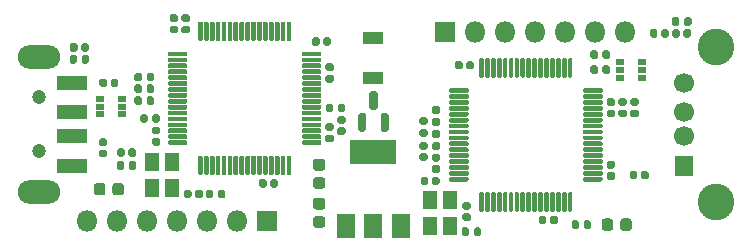
<source format=gbr>
G04 #@! TF.GenerationSoftware,KiCad,Pcbnew,5.1.6-c6e7f7d~87~ubuntu18.04.1*
G04 #@! TF.CreationDate,2021-03-10T22:13:46+06:00*
G04 #@! TF.ProjectId,USG_plus_LQFP,5553475f-706c-4757-935f-4c5146502e6b,rev?*
G04 #@! TF.SameCoordinates,Original*
G04 #@! TF.FileFunction,Soldermask,Top*
G04 #@! TF.FilePolarity,Negative*
%FSLAX46Y46*%
G04 Gerber Fmt 4.6, Leading zero omitted, Abs format (unit mm)*
G04 Created by KiCad (PCBNEW 5.1.6-c6e7f7d~87~ubuntu18.04.1) date 2021-03-10 22:13:46*
%MOMM*%
%LPD*%
G01*
G04 APERTURE LIST*
%ADD10R,2.600000X1.200000*%
%ADD11O,3.600000X2.000000*%
%ADD12C,1.200000*%
%ADD13O,1.800000X1.800000*%
%ADD14R,1.800000X1.800000*%
%ADD15C,3.100000*%
%ADD16R,1.600000X1.700000*%
%ADD17C,1.700000*%
%ADD18R,1.800000X1.000000*%
%ADD19R,3.900000X2.100000*%
%ADD20R,1.600000X2.100000*%
%ADD21R,0.750000X0.500000*%
%ADD22R,1.300000X1.500000*%
G04 APERTURE END LIST*
G36*
G01*
X115550000Y-141750000D02*
X114100000Y-141750000D01*
G75*
G02*
X114000000Y-141650000I0J100000D01*
G01*
X114000000Y-141450000D01*
G75*
G02*
X114100000Y-141350000I100000J0D01*
G01*
X115550000Y-141350000D01*
G75*
G02*
X115650000Y-141450000I0J-100000D01*
G01*
X115650000Y-141650000D01*
G75*
G02*
X115550000Y-141750000I-100000J0D01*
G01*
G37*
G36*
G01*
X115550000Y-141250000D02*
X114100000Y-141250000D01*
G75*
G02*
X114000000Y-141150000I0J100000D01*
G01*
X114000000Y-140950000D01*
G75*
G02*
X114100000Y-140850000I100000J0D01*
G01*
X115550000Y-140850000D01*
G75*
G02*
X115650000Y-140950000I0J-100000D01*
G01*
X115650000Y-141150000D01*
G75*
G02*
X115550000Y-141250000I-100000J0D01*
G01*
G37*
G36*
G01*
X115550000Y-140750000D02*
X114100000Y-140750000D01*
G75*
G02*
X114000000Y-140650000I0J100000D01*
G01*
X114000000Y-140450000D01*
G75*
G02*
X114100000Y-140350000I100000J0D01*
G01*
X115550000Y-140350000D01*
G75*
G02*
X115650000Y-140450000I0J-100000D01*
G01*
X115650000Y-140650000D01*
G75*
G02*
X115550000Y-140750000I-100000J0D01*
G01*
G37*
G36*
G01*
X115550000Y-140250000D02*
X114100000Y-140250000D01*
G75*
G02*
X114000000Y-140150000I0J100000D01*
G01*
X114000000Y-139950000D01*
G75*
G02*
X114100000Y-139850000I100000J0D01*
G01*
X115550000Y-139850000D01*
G75*
G02*
X115650000Y-139950000I0J-100000D01*
G01*
X115650000Y-140150000D01*
G75*
G02*
X115550000Y-140250000I-100000J0D01*
G01*
G37*
G36*
G01*
X115550000Y-139750000D02*
X114100000Y-139750000D01*
G75*
G02*
X114000000Y-139650000I0J100000D01*
G01*
X114000000Y-139450000D01*
G75*
G02*
X114100000Y-139350000I100000J0D01*
G01*
X115550000Y-139350000D01*
G75*
G02*
X115650000Y-139450000I0J-100000D01*
G01*
X115650000Y-139650000D01*
G75*
G02*
X115550000Y-139750000I-100000J0D01*
G01*
G37*
G36*
G01*
X115550000Y-139250000D02*
X114100000Y-139250000D01*
G75*
G02*
X114000000Y-139150000I0J100000D01*
G01*
X114000000Y-138950000D01*
G75*
G02*
X114100000Y-138850000I100000J0D01*
G01*
X115550000Y-138850000D01*
G75*
G02*
X115650000Y-138950000I0J-100000D01*
G01*
X115650000Y-139150000D01*
G75*
G02*
X115550000Y-139250000I-100000J0D01*
G01*
G37*
G36*
G01*
X115550000Y-138750000D02*
X114100000Y-138750000D01*
G75*
G02*
X114000000Y-138650000I0J100000D01*
G01*
X114000000Y-138450000D01*
G75*
G02*
X114100000Y-138350000I100000J0D01*
G01*
X115550000Y-138350000D01*
G75*
G02*
X115650000Y-138450000I0J-100000D01*
G01*
X115650000Y-138650000D01*
G75*
G02*
X115550000Y-138750000I-100000J0D01*
G01*
G37*
G36*
G01*
X115550000Y-138250000D02*
X114100000Y-138250000D01*
G75*
G02*
X114000000Y-138150000I0J100000D01*
G01*
X114000000Y-137950000D01*
G75*
G02*
X114100000Y-137850000I100000J0D01*
G01*
X115550000Y-137850000D01*
G75*
G02*
X115650000Y-137950000I0J-100000D01*
G01*
X115650000Y-138150000D01*
G75*
G02*
X115550000Y-138250000I-100000J0D01*
G01*
G37*
G36*
G01*
X115550000Y-137750000D02*
X114100000Y-137750000D01*
G75*
G02*
X114000000Y-137650000I0J100000D01*
G01*
X114000000Y-137450000D01*
G75*
G02*
X114100000Y-137350000I100000J0D01*
G01*
X115550000Y-137350000D01*
G75*
G02*
X115650000Y-137450000I0J-100000D01*
G01*
X115650000Y-137650000D01*
G75*
G02*
X115550000Y-137750000I-100000J0D01*
G01*
G37*
G36*
G01*
X115550000Y-137250000D02*
X114100000Y-137250000D01*
G75*
G02*
X114000000Y-137150000I0J100000D01*
G01*
X114000000Y-136950000D01*
G75*
G02*
X114100000Y-136850000I100000J0D01*
G01*
X115550000Y-136850000D01*
G75*
G02*
X115650000Y-136950000I0J-100000D01*
G01*
X115650000Y-137150000D01*
G75*
G02*
X115550000Y-137250000I-100000J0D01*
G01*
G37*
G36*
G01*
X115550000Y-136750000D02*
X114100000Y-136750000D01*
G75*
G02*
X114000000Y-136650000I0J100000D01*
G01*
X114000000Y-136450000D01*
G75*
G02*
X114100000Y-136350000I100000J0D01*
G01*
X115550000Y-136350000D01*
G75*
G02*
X115650000Y-136450000I0J-100000D01*
G01*
X115650000Y-136650000D01*
G75*
G02*
X115550000Y-136750000I-100000J0D01*
G01*
G37*
G36*
G01*
X115550000Y-136250000D02*
X114100000Y-136250000D01*
G75*
G02*
X114000000Y-136150000I0J100000D01*
G01*
X114000000Y-135950000D01*
G75*
G02*
X114100000Y-135850000I100000J0D01*
G01*
X115550000Y-135850000D01*
G75*
G02*
X115650000Y-135950000I0J-100000D01*
G01*
X115650000Y-136150000D01*
G75*
G02*
X115550000Y-136250000I-100000J0D01*
G01*
G37*
G36*
G01*
X115550000Y-135750000D02*
X114100000Y-135750000D01*
G75*
G02*
X114000000Y-135650000I0J100000D01*
G01*
X114000000Y-135450000D01*
G75*
G02*
X114100000Y-135350000I100000J0D01*
G01*
X115550000Y-135350000D01*
G75*
G02*
X115650000Y-135450000I0J-100000D01*
G01*
X115650000Y-135650000D01*
G75*
G02*
X115550000Y-135750000I-100000J0D01*
G01*
G37*
G36*
G01*
X115550000Y-135250000D02*
X114100000Y-135250000D01*
G75*
G02*
X114000000Y-135150000I0J100000D01*
G01*
X114000000Y-134950000D01*
G75*
G02*
X114100000Y-134850000I100000J0D01*
G01*
X115550000Y-134850000D01*
G75*
G02*
X115650000Y-134950000I0J-100000D01*
G01*
X115650000Y-135150000D01*
G75*
G02*
X115550000Y-135250000I-100000J0D01*
G01*
G37*
G36*
G01*
X115550000Y-134750000D02*
X114100000Y-134750000D01*
G75*
G02*
X114000000Y-134650000I0J100000D01*
G01*
X114000000Y-134450000D01*
G75*
G02*
X114100000Y-134350000I100000J0D01*
G01*
X115550000Y-134350000D01*
G75*
G02*
X115650000Y-134450000I0J-100000D01*
G01*
X115650000Y-134650000D01*
G75*
G02*
X115550000Y-134750000I-100000J0D01*
G01*
G37*
G36*
G01*
X115550000Y-134250000D02*
X114100000Y-134250000D01*
G75*
G02*
X114000000Y-134150000I0J100000D01*
G01*
X114000000Y-133950000D01*
G75*
G02*
X114100000Y-133850000I100000J0D01*
G01*
X115550000Y-133850000D01*
G75*
G02*
X115650000Y-133950000I0J-100000D01*
G01*
X115650000Y-134150000D01*
G75*
G02*
X115550000Y-134250000I-100000J0D01*
G01*
G37*
G36*
G01*
X116850000Y-132950000D02*
X116650000Y-132950000D01*
G75*
G02*
X116550000Y-132850000I0J100000D01*
G01*
X116550000Y-131400000D01*
G75*
G02*
X116650000Y-131300000I100000J0D01*
G01*
X116850000Y-131300000D01*
G75*
G02*
X116950000Y-131400000I0J-100000D01*
G01*
X116950000Y-132850000D01*
G75*
G02*
X116850000Y-132950000I-100000J0D01*
G01*
G37*
G36*
G01*
X117350000Y-132950000D02*
X117150000Y-132950000D01*
G75*
G02*
X117050000Y-132850000I0J100000D01*
G01*
X117050000Y-131400000D01*
G75*
G02*
X117150000Y-131300000I100000J0D01*
G01*
X117350000Y-131300000D01*
G75*
G02*
X117450000Y-131400000I0J-100000D01*
G01*
X117450000Y-132850000D01*
G75*
G02*
X117350000Y-132950000I-100000J0D01*
G01*
G37*
G36*
G01*
X117850000Y-132950000D02*
X117650000Y-132950000D01*
G75*
G02*
X117550000Y-132850000I0J100000D01*
G01*
X117550000Y-131400000D01*
G75*
G02*
X117650000Y-131300000I100000J0D01*
G01*
X117850000Y-131300000D01*
G75*
G02*
X117950000Y-131400000I0J-100000D01*
G01*
X117950000Y-132850000D01*
G75*
G02*
X117850000Y-132950000I-100000J0D01*
G01*
G37*
G36*
G01*
X118350000Y-132950000D02*
X118150000Y-132950000D01*
G75*
G02*
X118050000Y-132850000I0J100000D01*
G01*
X118050000Y-131400000D01*
G75*
G02*
X118150000Y-131300000I100000J0D01*
G01*
X118350000Y-131300000D01*
G75*
G02*
X118450000Y-131400000I0J-100000D01*
G01*
X118450000Y-132850000D01*
G75*
G02*
X118350000Y-132950000I-100000J0D01*
G01*
G37*
G36*
G01*
X118850000Y-132950000D02*
X118650000Y-132950000D01*
G75*
G02*
X118550000Y-132850000I0J100000D01*
G01*
X118550000Y-131400000D01*
G75*
G02*
X118650000Y-131300000I100000J0D01*
G01*
X118850000Y-131300000D01*
G75*
G02*
X118950000Y-131400000I0J-100000D01*
G01*
X118950000Y-132850000D01*
G75*
G02*
X118850000Y-132950000I-100000J0D01*
G01*
G37*
G36*
G01*
X119350000Y-132950000D02*
X119150000Y-132950000D01*
G75*
G02*
X119050000Y-132850000I0J100000D01*
G01*
X119050000Y-131400000D01*
G75*
G02*
X119150000Y-131300000I100000J0D01*
G01*
X119350000Y-131300000D01*
G75*
G02*
X119450000Y-131400000I0J-100000D01*
G01*
X119450000Y-132850000D01*
G75*
G02*
X119350000Y-132950000I-100000J0D01*
G01*
G37*
G36*
G01*
X119850000Y-132950000D02*
X119650000Y-132950000D01*
G75*
G02*
X119550000Y-132850000I0J100000D01*
G01*
X119550000Y-131400000D01*
G75*
G02*
X119650000Y-131300000I100000J0D01*
G01*
X119850000Y-131300000D01*
G75*
G02*
X119950000Y-131400000I0J-100000D01*
G01*
X119950000Y-132850000D01*
G75*
G02*
X119850000Y-132950000I-100000J0D01*
G01*
G37*
G36*
G01*
X120350000Y-132950000D02*
X120150000Y-132950000D01*
G75*
G02*
X120050000Y-132850000I0J100000D01*
G01*
X120050000Y-131400000D01*
G75*
G02*
X120150000Y-131300000I100000J0D01*
G01*
X120350000Y-131300000D01*
G75*
G02*
X120450000Y-131400000I0J-100000D01*
G01*
X120450000Y-132850000D01*
G75*
G02*
X120350000Y-132950000I-100000J0D01*
G01*
G37*
G36*
G01*
X120850000Y-132950000D02*
X120650000Y-132950000D01*
G75*
G02*
X120550000Y-132850000I0J100000D01*
G01*
X120550000Y-131400000D01*
G75*
G02*
X120650000Y-131300000I100000J0D01*
G01*
X120850000Y-131300000D01*
G75*
G02*
X120950000Y-131400000I0J-100000D01*
G01*
X120950000Y-132850000D01*
G75*
G02*
X120850000Y-132950000I-100000J0D01*
G01*
G37*
G36*
G01*
X121350000Y-132950000D02*
X121150000Y-132950000D01*
G75*
G02*
X121050000Y-132850000I0J100000D01*
G01*
X121050000Y-131400000D01*
G75*
G02*
X121150000Y-131300000I100000J0D01*
G01*
X121350000Y-131300000D01*
G75*
G02*
X121450000Y-131400000I0J-100000D01*
G01*
X121450000Y-132850000D01*
G75*
G02*
X121350000Y-132950000I-100000J0D01*
G01*
G37*
G36*
G01*
X121850000Y-132950000D02*
X121650000Y-132950000D01*
G75*
G02*
X121550000Y-132850000I0J100000D01*
G01*
X121550000Y-131400000D01*
G75*
G02*
X121650000Y-131300000I100000J0D01*
G01*
X121850000Y-131300000D01*
G75*
G02*
X121950000Y-131400000I0J-100000D01*
G01*
X121950000Y-132850000D01*
G75*
G02*
X121850000Y-132950000I-100000J0D01*
G01*
G37*
G36*
G01*
X122350000Y-132950000D02*
X122150000Y-132950000D01*
G75*
G02*
X122050000Y-132850000I0J100000D01*
G01*
X122050000Y-131400000D01*
G75*
G02*
X122150000Y-131300000I100000J0D01*
G01*
X122350000Y-131300000D01*
G75*
G02*
X122450000Y-131400000I0J-100000D01*
G01*
X122450000Y-132850000D01*
G75*
G02*
X122350000Y-132950000I-100000J0D01*
G01*
G37*
G36*
G01*
X122850000Y-132950000D02*
X122650000Y-132950000D01*
G75*
G02*
X122550000Y-132850000I0J100000D01*
G01*
X122550000Y-131400000D01*
G75*
G02*
X122650000Y-131300000I100000J0D01*
G01*
X122850000Y-131300000D01*
G75*
G02*
X122950000Y-131400000I0J-100000D01*
G01*
X122950000Y-132850000D01*
G75*
G02*
X122850000Y-132950000I-100000J0D01*
G01*
G37*
G36*
G01*
X123350000Y-132950000D02*
X123150000Y-132950000D01*
G75*
G02*
X123050000Y-132850000I0J100000D01*
G01*
X123050000Y-131400000D01*
G75*
G02*
X123150000Y-131300000I100000J0D01*
G01*
X123350000Y-131300000D01*
G75*
G02*
X123450000Y-131400000I0J-100000D01*
G01*
X123450000Y-132850000D01*
G75*
G02*
X123350000Y-132950000I-100000J0D01*
G01*
G37*
G36*
G01*
X123850000Y-132950000D02*
X123650000Y-132950000D01*
G75*
G02*
X123550000Y-132850000I0J100000D01*
G01*
X123550000Y-131400000D01*
G75*
G02*
X123650000Y-131300000I100000J0D01*
G01*
X123850000Y-131300000D01*
G75*
G02*
X123950000Y-131400000I0J-100000D01*
G01*
X123950000Y-132850000D01*
G75*
G02*
X123850000Y-132950000I-100000J0D01*
G01*
G37*
G36*
G01*
X124350000Y-132950000D02*
X124150000Y-132950000D01*
G75*
G02*
X124050000Y-132850000I0J100000D01*
G01*
X124050000Y-131400000D01*
G75*
G02*
X124150000Y-131300000I100000J0D01*
G01*
X124350000Y-131300000D01*
G75*
G02*
X124450000Y-131400000I0J-100000D01*
G01*
X124450000Y-132850000D01*
G75*
G02*
X124350000Y-132950000I-100000J0D01*
G01*
G37*
G36*
G01*
X126900000Y-134250000D02*
X125450000Y-134250000D01*
G75*
G02*
X125350000Y-134150000I0J100000D01*
G01*
X125350000Y-133950000D01*
G75*
G02*
X125450000Y-133850000I100000J0D01*
G01*
X126900000Y-133850000D01*
G75*
G02*
X127000000Y-133950000I0J-100000D01*
G01*
X127000000Y-134150000D01*
G75*
G02*
X126900000Y-134250000I-100000J0D01*
G01*
G37*
G36*
G01*
X126900000Y-134750000D02*
X125450000Y-134750000D01*
G75*
G02*
X125350000Y-134650000I0J100000D01*
G01*
X125350000Y-134450000D01*
G75*
G02*
X125450000Y-134350000I100000J0D01*
G01*
X126900000Y-134350000D01*
G75*
G02*
X127000000Y-134450000I0J-100000D01*
G01*
X127000000Y-134650000D01*
G75*
G02*
X126900000Y-134750000I-100000J0D01*
G01*
G37*
G36*
G01*
X126900000Y-135250000D02*
X125450000Y-135250000D01*
G75*
G02*
X125350000Y-135150000I0J100000D01*
G01*
X125350000Y-134950000D01*
G75*
G02*
X125450000Y-134850000I100000J0D01*
G01*
X126900000Y-134850000D01*
G75*
G02*
X127000000Y-134950000I0J-100000D01*
G01*
X127000000Y-135150000D01*
G75*
G02*
X126900000Y-135250000I-100000J0D01*
G01*
G37*
G36*
G01*
X126900000Y-135750000D02*
X125450000Y-135750000D01*
G75*
G02*
X125350000Y-135650000I0J100000D01*
G01*
X125350000Y-135450000D01*
G75*
G02*
X125450000Y-135350000I100000J0D01*
G01*
X126900000Y-135350000D01*
G75*
G02*
X127000000Y-135450000I0J-100000D01*
G01*
X127000000Y-135650000D01*
G75*
G02*
X126900000Y-135750000I-100000J0D01*
G01*
G37*
G36*
G01*
X126900000Y-136250000D02*
X125450000Y-136250000D01*
G75*
G02*
X125350000Y-136150000I0J100000D01*
G01*
X125350000Y-135950000D01*
G75*
G02*
X125450000Y-135850000I100000J0D01*
G01*
X126900000Y-135850000D01*
G75*
G02*
X127000000Y-135950000I0J-100000D01*
G01*
X127000000Y-136150000D01*
G75*
G02*
X126900000Y-136250000I-100000J0D01*
G01*
G37*
G36*
G01*
X126900000Y-136750000D02*
X125450000Y-136750000D01*
G75*
G02*
X125350000Y-136650000I0J100000D01*
G01*
X125350000Y-136450000D01*
G75*
G02*
X125450000Y-136350000I100000J0D01*
G01*
X126900000Y-136350000D01*
G75*
G02*
X127000000Y-136450000I0J-100000D01*
G01*
X127000000Y-136650000D01*
G75*
G02*
X126900000Y-136750000I-100000J0D01*
G01*
G37*
G36*
G01*
X126900000Y-137250000D02*
X125450000Y-137250000D01*
G75*
G02*
X125350000Y-137150000I0J100000D01*
G01*
X125350000Y-136950000D01*
G75*
G02*
X125450000Y-136850000I100000J0D01*
G01*
X126900000Y-136850000D01*
G75*
G02*
X127000000Y-136950000I0J-100000D01*
G01*
X127000000Y-137150000D01*
G75*
G02*
X126900000Y-137250000I-100000J0D01*
G01*
G37*
G36*
G01*
X126900000Y-137750000D02*
X125450000Y-137750000D01*
G75*
G02*
X125350000Y-137650000I0J100000D01*
G01*
X125350000Y-137450000D01*
G75*
G02*
X125450000Y-137350000I100000J0D01*
G01*
X126900000Y-137350000D01*
G75*
G02*
X127000000Y-137450000I0J-100000D01*
G01*
X127000000Y-137650000D01*
G75*
G02*
X126900000Y-137750000I-100000J0D01*
G01*
G37*
G36*
G01*
X126900000Y-138250000D02*
X125450000Y-138250000D01*
G75*
G02*
X125350000Y-138150000I0J100000D01*
G01*
X125350000Y-137950000D01*
G75*
G02*
X125450000Y-137850000I100000J0D01*
G01*
X126900000Y-137850000D01*
G75*
G02*
X127000000Y-137950000I0J-100000D01*
G01*
X127000000Y-138150000D01*
G75*
G02*
X126900000Y-138250000I-100000J0D01*
G01*
G37*
G36*
G01*
X126900000Y-138750000D02*
X125450000Y-138750000D01*
G75*
G02*
X125350000Y-138650000I0J100000D01*
G01*
X125350000Y-138450000D01*
G75*
G02*
X125450000Y-138350000I100000J0D01*
G01*
X126900000Y-138350000D01*
G75*
G02*
X127000000Y-138450000I0J-100000D01*
G01*
X127000000Y-138650000D01*
G75*
G02*
X126900000Y-138750000I-100000J0D01*
G01*
G37*
G36*
G01*
X126900000Y-139250000D02*
X125450000Y-139250000D01*
G75*
G02*
X125350000Y-139150000I0J100000D01*
G01*
X125350000Y-138950000D01*
G75*
G02*
X125450000Y-138850000I100000J0D01*
G01*
X126900000Y-138850000D01*
G75*
G02*
X127000000Y-138950000I0J-100000D01*
G01*
X127000000Y-139150000D01*
G75*
G02*
X126900000Y-139250000I-100000J0D01*
G01*
G37*
G36*
G01*
X126900000Y-139750000D02*
X125450000Y-139750000D01*
G75*
G02*
X125350000Y-139650000I0J100000D01*
G01*
X125350000Y-139450000D01*
G75*
G02*
X125450000Y-139350000I100000J0D01*
G01*
X126900000Y-139350000D01*
G75*
G02*
X127000000Y-139450000I0J-100000D01*
G01*
X127000000Y-139650000D01*
G75*
G02*
X126900000Y-139750000I-100000J0D01*
G01*
G37*
G36*
G01*
X126900000Y-140250000D02*
X125450000Y-140250000D01*
G75*
G02*
X125350000Y-140150000I0J100000D01*
G01*
X125350000Y-139950000D01*
G75*
G02*
X125450000Y-139850000I100000J0D01*
G01*
X126900000Y-139850000D01*
G75*
G02*
X127000000Y-139950000I0J-100000D01*
G01*
X127000000Y-140150000D01*
G75*
G02*
X126900000Y-140250000I-100000J0D01*
G01*
G37*
G36*
G01*
X126900000Y-140750000D02*
X125450000Y-140750000D01*
G75*
G02*
X125350000Y-140650000I0J100000D01*
G01*
X125350000Y-140450000D01*
G75*
G02*
X125450000Y-140350000I100000J0D01*
G01*
X126900000Y-140350000D01*
G75*
G02*
X127000000Y-140450000I0J-100000D01*
G01*
X127000000Y-140650000D01*
G75*
G02*
X126900000Y-140750000I-100000J0D01*
G01*
G37*
G36*
G01*
X126900000Y-141250000D02*
X125450000Y-141250000D01*
G75*
G02*
X125350000Y-141150000I0J100000D01*
G01*
X125350000Y-140950000D01*
G75*
G02*
X125450000Y-140850000I100000J0D01*
G01*
X126900000Y-140850000D01*
G75*
G02*
X127000000Y-140950000I0J-100000D01*
G01*
X127000000Y-141150000D01*
G75*
G02*
X126900000Y-141250000I-100000J0D01*
G01*
G37*
G36*
G01*
X126900000Y-141750000D02*
X125450000Y-141750000D01*
G75*
G02*
X125350000Y-141650000I0J100000D01*
G01*
X125350000Y-141450000D01*
G75*
G02*
X125450000Y-141350000I100000J0D01*
G01*
X126900000Y-141350000D01*
G75*
G02*
X127000000Y-141450000I0J-100000D01*
G01*
X127000000Y-141650000D01*
G75*
G02*
X126900000Y-141750000I-100000J0D01*
G01*
G37*
G36*
G01*
X124350000Y-144300000D02*
X124150000Y-144300000D01*
G75*
G02*
X124050000Y-144200000I0J100000D01*
G01*
X124050000Y-142750000D01*
G75*
G02*
X124150000Y-142650000I100000J0D01*
G01*
X124350000Y-142650000D01*
G75*
G02*
X124450000Y-142750000I0J-100000D01*
G01*
X124450000Y-144200000D01*
G75*
G02*
X124350000Y-144300000I-100000J0D01*
G01*
G37*
G36*
G01*
X123850000Y-144300000D02*
X123650000Y-144300000D01*
G75*
G02*
X123550000Y-144200000I0J100000D01*
G01*
X123550000Y-142750000D01*
G75*
G02*
X123650000Y-142650000I100000J0D01*
G01*
X123850000Y-142650000D01*
G75*
G02*
X123950000Y-142750000I0J-100000D01*
G01*
X123950000Y-144200000D01*
G75*
G02*
X123850000Y-144300000I-100000J0D01*
G01*
G37*
G36*
G01*
X123350000Y-144300000D02*
X123150000Y-144300000D01*
G75*
G02*
X123050000Y-144200000I0J100000D01*
G01*
X123050000Y-142750000D01*
G75*
G02*
X123150000Y-142650000I100000J0D01*
G01*
X123350000Y-142650000D01*
G75*
G02*
X123450000Y-142750000I0J-100000D01*
G01*
X123450000Y-144200000D01*
G75*
G02*
X123350000Y-144300000I-100000J0D01*
G01*
G37*
G36*
G01*
X122850000Y-144300000D02*
X122650000Y-144300000D01*
G75*
G02*
X122550000Y-144200000I0J100000D01*
G01*
X122550000Y-142750000D01*
G75*
G02*
X122650000Y-142650000I100000J0D01*
G01*
X122850000Y-142650000D01*
G75*
G02*
X122950000Y-142750000I0J-100000D01*
G01*
X122950000Y-144200000D01*
G75*
G02*
X122850000Y-144300000I-100000J0D01*
G01*
G37*
G36*
G01*
X122350000Y-144300000D02*
X122150000Y-144300000D01*
G75*
G02*
X122050000Y-144200000I0J100000D01*
G01*
X122050000Y-142750000D01*
G75*
G02*
X122150000Y-142650000I100000J0D01*
G01*
X122350000Y-142650000D01*
G75*
G02*
X122450000Y-142750000I0J-100000D01*
G01*
X122450000Y-144200000D01*
G75*
G02*
X122350000Y-144300000I-100000J0D01*
G01*
G37*
G36*
G01*
X121850000Y-144300000D02*
X121650000Y-144300000D01*
G75*
G02*
X121550000Y-144200000I0J100000D01*
G01*
X121550000Y-142750000D01*
G75*
G02*
X121650000Y-142650000I100000J0D01*
G01*
X121850000Y-142650000D01*
G75*
G02*
X121950000Y-142750000I0J-100000D01*
G01*
X121950000Y-144200000D01*
G75*
G02*
X121850000Y-144300000I-100000J0D01*
G01*
G37*
G36*
G01*
X121350000Y-144300000D02*
X121150000Y-144300000D01*
G75*
G02*
X121050000Y-144200000I0J100000D01*
G01*
X121050000Y-142750000D01*
G75*
G02*
X121150000Y-142650000I100000J0D01*
G01*
X121350000Y-142650000D01*
G75*
G02*
X121450000Y-142750000I0J-100000D01*
G01*
X121450000Y-144200000D01*
G75*
G02*
X121350000Y-144300000I-100000J0D01*
G01*
G37*
G36*
G01*
X120850000Y-144300000D02*
X120650000Y-144300000D01*
G75*
G02*
X120550000Y-144200000I0J100000D01*
G01*
X120550000Y-142750000D01*
G75*
G02*
X120650000Y-142650000I100000J0D01*
G01*
X120850000Y-142650000D01*
G75*
G02*
X120950000Y-142750000I0J-100000D01*
G01*
X120950000Y-144200000D01*
G75*
G02*
X120850000Y-144300000I-100000J0D01*
G01*
G37*
G36*
G01*
X120350000Y-144300000D02*
X120150000Y-144300000D01*
G75*
G02*
X120050000Y-144200000I0J100000D01*
G01*
X120050000Y-142750000D01*
G75*
G02*
X120150000Y-142650000I100000J0D01*
G01*
X120350000Y-142650000D01*
G75*
G02*
X120450000Y-142750000I0J-100000D01*
G01*
X120450000Y-144200000D01*
G75*
G02*
X120350000Y-144300000I-100000J0D01*
G01*
G37*
G36*
G01*
X119850000Y-144300000D02*
X119650000Y-144300000D01*
G75*
G02*
X119550000Y-144200000I0J100000D01*
G01*
X119550000Y-142750000D01*
G75*
G02*
X119650000Y-142650000I100000J0D01*
G01*
X119850000Y-142650000D01*
G75*
G02*
X119950000Y-142750000I0J-100000D01*
G01*
X119950000Y-144200000D01*
G75*
G02*
X119850000Y-144300000I-100000J0D01*
G01*
G37*
G36*
G01*
X119350000Y-144300000D02*
X119150000Y-144300000D01*
G75*
G02*
X119050000Y-144200000I0J100000D01*
G01*
X119050000Y-142750000D01*
G75*
G02*
X119150000Y-142650000I100000J0D01*
G01*
X119350000Y-142650000D01*
G75*
G02*
X119450000Y-142750000I0J-100000D01*
G01*
X119450000Y-144200000D01*
G75*
G02*
X119350000Y-144300000I-100000J0D01*
G01*
G37*
G36*
G01*
X118850000Y-144300000D02*
X118650000Y-144300000D01*
G75*
G02*
X118550000Y-144200000I0J100000D01*
G01*
X118550000Y-142750000D01*
G75*
G02*
X118650000Y-142650000I100000J0D01*
G01*
X118850000Y-142650000D01*
G75*
G02*
X118950000Y-142750000I0J-100000D01*
G01*
X118950000Y-144200000D01*
G75*
G02*
X118850000Y-144300000I-100000J0D01*
G01*
G37*
G36*
G01*
X118350000Y-144300000D02*
X118150000Y-144300000D01*
G75*
G02*
X118050000Y-144200000I0J100000D01*
G01*
X118050000Y-142750000D01*
G75*
G02*
X118150000Y-142650000I100000J0D01*
G01*
X118350000Y-142650000D01*
G75*
G02*
X118450000Y-142750000I0J-100000D01*
G01*
X118450000Y-144200000D01*
G75*
G02*
X118350000Y-144300000I-100000J0D01*
G01*
G37*
G36*
G01*
X117850000Y-144300000D02*
X117650000Y-144300000D01*
G75*
G02*
X117550000Y-144200000I0J100000D01*
G01*
X117550000Y-142750000D01*
G75*
G02*
X117650000Y-142650000I100000J0D01*
G01*
X117850000Y-142650000D01*
G75*
G02*
X117950000Y-142750000I0J-100000D01*
G01*
X117950000Y-144200000D01*
G75*
G02*
X117850000Y-144300000I-100000J0D01*
G01*
G37*
G36*
G01*
X117350000Y-144300000D02*
X117150000Y-144300000D01*
G75*
G02*
X117050000Y-144200000I0J100000D01*
G01*
X117050000Y-142750000D01*
G75*
G02*
X117150000Y-142650000I100000J0D01*
G01*
X117350000Y-142650000D01*
G75*
G02*
X117450000Y-142750000I0J-100000D01*
G01*
X117450000Y-144200000D01*
G75*
G02*
X117350000Y-144300000I-100000J0D01*
G01*
G37*
G36*
G01*
X116850000Y-144300000D02*
X116650000Y-144300000D01*
G75*
G02*
X116550000Y-144200000I0J100000D01*
G01*
X116550000Y-142750000D01*
G75*
G02*
X116650000Y-142650000I100000J0D01*
G01*
X116850000Y-142650000D01*
G75*
G02*
X116950000Y-142750000I0J-100000D01*
G01*
X116950000Y-144200000D01*
G75*
G02*
X116850000Y-144300000I-100000J0D01*
G01*
G37*
G36*
G01*
X127075000Y-145475000D02*
X126525000Y-145475000D01*
G75*
G02*
X126275000Y-145225000I0J250000D01*
G01*
X126275000Y-144725000D01*
G75*
G02*
X126525000Y-144475000I250000J0D01*
G01*
X127075000Y-144475000D01*
G75*
G02*
X127325000Y-144725000I0J-250000D01*
G01*
X127325000Y-145225000D01*
G75*
G02*
X127075000Y-145475000I-250000J0D01*
G01*
G37*
G36*
G01*
X127075000Y-143925000D02*
X126525000Y-143925000D01*
G75*
G02*
X126275000Y-143675000I0J250000D01*
G01*
X126275000Y-143175000D01*
G75*
G02*
X126525000Y-142925000I250000J0D01*
G01*
X127075000Y-142925000D01*
G75*
G02*
X127325000Y-143175000I0J-250000D01*
G01*
X127325000Y-143675000D01*
G75*
G02*
X127075000Y-143925000I-250000J0D01*
G01*
G37*
G36*
G01*
X126525000Y-146225000D02*
X127075000Y-146225000D01*
G75*
G02*
X127325000Y-146475000I0J-250000D01*
G01*
X127325000Y-146975000D01*
G75*
G02*
X127075000Y-147225000I-250000J0D01*
G01*
X126525000Y-147225000D01*
G75*
G02*
X126275000Y-146975000I0J250000D01*
G01*
X126275000Y-146475000D01*
G75*
G02*
X126525000Y-146225000I250000J0D01*
G01*
G37*
G36*
G01*
X126525000Y-147775000D02*
X127075000Y-147775000D01*
G75*
G02*
X127325000Y-148025000I0J-250000D01*
G01*
X127325000Y-148525000D01*
G75*
G02*
X127075000Y-148775000I-250000J0D01*
G01*
X126525000Y-148775000D01*
G75*
G02*
X126275000Y-148525000I0J250000D01*
G01*
X126275000Y-148025000D01*
G75*
G02*
X126525000Y-147775000I250000J0D01*
G01*
G37*
G36*
G01*
X110275000Y-145218750D02*
X110275000Y-145781250D01*
G75*
G02*
X110031250Y-146025000I-243750J0D01*
G01*
X109543750Y-146025000D01*
G75*
G02*
X109300000Y-145781250I0J243750D01*
G01*
X109300000Y-145218750D01*
G75*
G02*
X109543750Y-144975000I243750J0D01*
G01*
X110031250Y-144975000D01*
G75*
G02*
X110275000Y-145218750I0J-243750D01*
G01*
G37*
G36*
G01*
X108700000Y-145218750D02*
X108700000Y-145781250D01*
G75*
G02*
X108456250Y-146025000I-243750J0D01*
G01*
X107968750Y-146025000D01*
G75*
G02*
X107725000Y-145781250I0J243750D01*
G01*
X107725000Y-145218750D01*
G75*
G02*
X107968750Y-144975000I243750J0D01*
G01*
X108456250Y-144975000D01*
G75*
G02*
X108700000Y-145218750I0J-243750D01*
G01*
G37*
G36*
G01*
X130625000Y-140625000D02*
X130275000Y-140625000D01*
G75*
G02*
X130100000Y-140450000I0J175000D01*
G01*
X130100000Y-139225000D01*
G75*
G02*
X130275000Y-139050000I175000J0D01*
G01*
X130625000Y-139050000D01*
G75*
G02*
X130800000Y-139225000I0J-175000D01*
G01*
X130800000Y-140450000D01*
G75*
G02*
X130625000Y-140625000I-175000J0D01*
G01*
G37*
G36*
G01*
X132525000Y-140625000D02*
X132175000Y-140625000D01*
G75*
G02*
X132000000Y-140450000I0J175000D01*
G01*
X132000000Y-139225000D01*
G75*
G02*
X132175000Y-139050000I175000J0D01*
G01*
X132525000Y-139050000D01*
G75*
G02*
X132700000Y-139225000I0J-175000D01*
G01*
X132700000Y-140450000D01*
G75*
G02*
X132525000Y-140625000I-175000J0D01*
G01*
G37*
G36*
G01*
X131575000Y-138750000D02*
X131225000Y-138750000D01*
G75*
G02*
X131050000Y-138575000I0J175000D01*
G01*
X131050000Y-137350000D01*
G75*
G02*
X131225000Y-137175000I175000J0D01*
G01*
X131575000Y-137175000D01*
G75*
G02*
X131750000Y-137350000I0J-175000D01*
G01*
X131750000Y-138575000D01*
G75*
G02*
X131575000Y-138750000I-175000J0D01*
G01*
G37*
G36*
G01*
X152300000Y-148781250D02*
X152300000Y-148218750D01*
G75*
G02*
X152543750Y-147975000I243750J0D01*
G01*
X153031250Y-147975000D01*
G75*
G02*
X153275000Y-148218750I0J-243750D01*
G01*
X153275000Y-148781250D01*
G75*
G02*
X153031250Y-149025000I-243750J0D01*
G01*
X152543750Y-149025000D01*
G75*
G02*
X152300000Y-148781250I0J243750D01*
G01*
G37*
G36*
G01*
X150725000Y-148781250D02*
X150725000Y-148218750D01*
G75*
G02*
X150968750Y-147975000I243750J0D01*
G01*
X151456250Y-147975000D01*
G75*
G02*
X151700000Y-148218750I0J-243750D01*
G01*
X151700000Y-148781250D01*
G75*
G02*
X151456250Y-149025000I-243750J0D01*
G01*
X150968750Y-149025000D01*
G75*
G02*
X150725000Y-148781250I0J243750D01*
G01*
G37*
D10*
X105850000Y-141000000D03*
X105850000Y-139000000D03*
X105850000Y-143500000D03*
X105850000Y-136500000D03*
D11*
X103100000Y-145700000D03*
X103100000Y-134300000D03*
D12*
X103100000Y-142300000D03*
X103100000Y-137700000D03*
D13*
X107160000Y-148200000D03*
X109700000Y-148200000D03*
X112240000Y-148200000D03*
X114780000Y-148200000D03*
X117320000Y-148200000D03*
X119860000Y-148200000D03*
D14*
X122400000Y-148200000D03*
X137500000Y-132200000D03*
D13*
X140040000Y-132200000D03*
X142580000Y-132200000D03*
X145120000Y-132200000D03*
X147660000Y-132200000D03*
X150200000Y-132200000D03*
X152740000Y-132200000D03*
D15*
X160410000Y-146570000D03*
X160410000Y-133430000D03*
D16*
X157700000Y-143500000D03*
D17*
X157700000Y-141000000D03*
X157700000Y-139000000D03*
X157700000Y-136500000D03*
D18*
X131400000Y-136100000D03*
X131400000Y-132700000D03*
D19*
X131400000Y-142350000D03*
D20*
X131400000Y-148650000D03*
X133700000Y-148650000D03*
X129100000Y-148650000D03*
D21*
X108250000Y-137850000D03*
X108250000Y-139150000D03*
X110150000Y-138500000D03*
X108250000Y-138500000D03*
X110150000Y-139150000D03*
X110150000Y-137850000D03*
G36*
G01*
X140650000Y-147400000D02*
X140450000Y-147400000D01*
G75*
G02*
X140350000Y-147300000I0J100000D01*
G01*
X140350000Y-145850000D01*
G75*
G02*
X140450000Y-145750000I100000J0D01*
G01*
X140650000Y-145750000D01*
G75*
G02*
X140750000Y-145850000I0J-100000D01*
G01*
X140750000Y-147300000D01*
G75*
G02*
X140650000Y-147400000I-100000J0D01*
G01*
G37*
G36*
G01*
X141150000Y-147400000D02*
X140950000Y-147400000D01*
G75*
G02*
X140850000Y-147300000I0J100000D01*
G01*
X140850000Y-145850000D01*
G75*
G02*
X140950000Y-145750000I100000J0D01*
G01*
X141150000Y-145750000D01*
G75*
G02*
X141250000Y-145850000I0J-100000D01*
G01*
X141250000Y-147300000D01*
G75*
G02*
X141150000Y-147400000I-100000J0D01*
G01*
G37*
G36*
G01*
X141650000Y-147400000D02*
X141450000Y-147400000D01*
G75*
G02*
X141350000Y-147300000I0J100000D01*
G01*
X141350000Y-145850000D01*
G75*
G02*
X141450000Y-145750000I100000J0D01*
G01*
X141650000Y-145750000D01*
G75*
G02*
X141750000Y-145850000I0J-100000D01*
G01*
X141750000Y-147300000D01*
G75*
G02*
X141650000Y-147400000I-100000J0D01*
G01*
G37*
G36*
G01*
X142150000Y-147400000D02*
X141950000Y-147400000D01*
G75*
G02*
X141850000Y-147300000I0J100000D01*
G01*
X141850000Y-145850000D01*
G75*
G02*
X141950000Y-145750000I100000J0D01*
G01*
X142150000Y-145750000D01*
G75*
G02*
X142250000Y-145850000I0J-100000D01*
G01*
X142250000Y-147300000D01*
G75*
G02*
X142150000Y-147400000I-100000J0D01*
G01*
G37*
G36*
G01*
X142650000Y-147400000D02*
X142450000Y-147400000D01*
G75*
G02*
X142350000Y-147300000I0J100000D01*
G01*
X142350000Y-145850000D01*
G75*
G02*
X142450000Y-145750000I100000J0D01*
G01*
X142650000Y-145750000D01*
G75*
G02*
X142750000Y-145850000I0J-100000D01*
G01*
X142750000Y-147300000D01*
G75*
G02*
X142650000Y-147400000I-100000J0D01*
G01*
G37*
G36*
G01*
X143150000Y-147400000D02*
X142950000Y-147400000D01*
G75*
G02*
X142850000Y-147300000I0J100000D01*
G01*
X142850000Y-145850000D01*
G75*
G02*
X142950000Y-145750000I100000J0D01*
G01*
X143150000Y-145750000D01*
G75*
G02*
X143250000Y-145850000I0J-100000D01*
G01*
X143250000Y-147300000D01*
G75*
G02*
X143150000Y-147400000I-100000J0D01*
G01*
G37*
G36*
G01*
X143650000Y-147400000D02*
X143450000Y-147400000D01*
G75*
G02*
X143350000Y-147300000I0J100000D01*
G01*
X143350000Y-145850000D01*
G75*
G02*
X143450000Y-145750000I100000J0D01*
G01*
X143650000Y-145750000D01*
G75*
G02*
X143750000Y-145850000I0J-100000D01*
G01*
X143750000Y-147300000D01*
G75*
G02*
X143650000Y-147400000I-100000J0D01*
G01*
G37*
G36*
G01*
X144150000Y-147400000D02*
X143950000Y-147400000D01*
G75*
G02*
X143850000Y-147300000I0J100000D01*
G01*
X143850000Y-145850000D01*
G75*
G02*
X143950000Y-145750000I100000J0D01*
G01*
X144150000Y-145750000D01*
G75*
G02*
X144250000Y-145850000I0J-100000D01*
G01*
X144250000Y-147300000D01*
G75*
G02*
X144150000Y-147400000I-100000J0D01*
G01*
G37*
G36*
G01*
X144650000Y-147400000D02*
X144450000Y-147400000D01*
G75*
G02*
X144350000Y-147300000I0J100000D01*
G01*
X144350000Y-145850000D01*
G75*
G02*
X144450000Y-145750000I100000J0D01*
G01*
X144650000Y-145750000D01*
G75*
G02*
X144750000Y-145850000I0J-100000D01*
G01*
X144750000Y-147300000D01*
G75*
G02*
X144650000Y-147400000I-100000J0D01*
G01*
G37*
G36*
G01*
X145150000Y-147400000D02*
X144950000Y-147400000D01*
G75*
G02*
X144850000Y-147300000I0J100000D01*
G01*
X144850000Y-145850000D01*
G75*
G02*
X144950000Y-145750000I100000J0D01*
G01*
X145150000Y-145750000D01*
G75*
G02*
X145250000Y-145850000I0J-100000D01*
G01*
X145250000Y-147300000D01*
G75*
G02*
X145150000Y-147400000I-100000J0D01*
G01*
G37*
G36*
G01*
X145650000Y-147400000D02*
X145450000Y-147400000D01*
G75*
G02*
X145350000Y-147300000I0J100000D01*
G01*
X145350000Y-145850000D01*
G75*
G02*
X145450000Y-145750000I100000J0D01*
G01*
X145650000Y-145750000D01*
G75*
G02*
X145750000Y-145850000I0J-100000D01*
G01*
X145750000Y-147300000D01*
G75*
G02*
X145650000Y-147400000I-100000J0D01*
G01*
G37*
G36*
G01*
X146150000Y-147400000D02*
X145950000Y-147400000D01*
G75*
G02*
X145850000Y-147300000I0J100000D01*
G01*
X145850000Y-145850000D01*
G75*
G02*
X145950000Y-145750000I100000J0D01*
G01*
X146150000Y-145750000D01*
G75*
G02*
X146250000Y-145850000I0J-100000D01*
G01*
X146250000Y-147300000D01*
G75*
G02*
X146150000Y-147400000I-100000J0D01*
G01*
G37*
G36*
G01*
X146650000Y-147400000D02*
X146450000Y-147400000D01*
G75*
G02*
X146350000Y-147300000I0J100000D01*
G01*
X146350000Y-145850000D01*
G75*
G02*
X146450000Y-145750000I100000J0D01*
G01*
X146650000Y-145750000D01*
G75*
G02*
X146750000Y-145850000I0J-100000D01*
G01*
X146750000Y-147300000D01*
G75*
G02*
X146650000Y-147400000I-100000J0D01*
G01*
G37*
G36*
G01*
X147150000Y-147400000D02*
X146950000Y-147400000D01*
G75*
G02*
X146850000Y-147300000I0J100000D01*
G01*
X146850000Y-145850000D01*
G75*
G02*
X146950000Y-145750000I100000J0D01*
G01*
X147150000Y-145750000D01*
G75*
G02*
X147250000Y-145850000I0J-100000D01*
G01*
X147250000Y-147300000D01*
G75*
G02*
X147150000Y-147400000I-100000J0D01*
G01*
G37*
G36*
G01*
X147650000Y-147400000D02*
X147450000Y-147400000D01*
G75*
G02*
X147350000Y-147300000I0J100000D01*
G01*
X147350000Y-145850000D01*
G75*
G02*
X147450000Y-145750000I100000J0D01*
G01*
X147650000Y-145750000D01*
G75*
G02*
X147750000Y-145850000I0J-100000D01*
G01*
X147750000Y-147300000D01*
G75*
G02*
X147650000Y-147400000I-100000J0D01*
G01*
G37*
G36*
G01*
X148150000Y-147400000D02*
X147950000Y-147400000D01*
G75*
G02*
X147850000Y-147300000I0J100000D01*
G01*
X147850000Y-145850000D01*
G75*
G02*
X147950000Y-145750000I100000J0D01*
G01*
X148150000Y-145750000D01*
G75*
G02*
X148250000Y-145850000I0J-100000D01*
G01*
X148250000Y-147300000D01*
G75*
G02*
X148150000Y-147400000I-100000J0D01*
G01*
G37*
G36*
G01*
X150700000Y-144850000D02*
X149250000Y-144850000D01*
G75*
G02*
X149150000Y-144750000I0J100000D01*
G01*
X149150000Y-144550000D01*
G75*
G02*
X149250000Y-144450000I100000J0D01*
G01*
X150700000Y-144450000D01*
G75*
G02*
X150800000Y-144550000I0J-100000D01*
G01*
X150800000Y-144750000D01*
G75*
G02*
X150700000Y-144850000I-100000J0D01*
G01*
G37*
G36*
G01*
X150700000Y-144350000D02*
X149250000Y-144350000D01*
G75*
G02*
X149150000Y-144250000I0J100000D01*
G01*
X149150000Y-144050000D01*
G75*
G02*
X149250000Y-143950000I100000J0D01*
G01*
X150700000Y-143950000D01*
G75*
G02*
X150800000Y-144050000I0J-100000D01*
G01*
X150800000Y-144250000D01*
G75*
G02*
X150700000Y-144350000I-100000J0D01*
G01*
G37*
G36*
G01*
X150700000Y-143850000D02*
X149250000Y-143850000D01*
G75*
G02*
X149150000Y-143750000I0J100000D01*
G01*
X149150000Y-143550000D01*
G75*
G02*
X149250000Y-143450000I100000J0D01*
G01*
X150700000Y-143450000D01*
G75*
G02*
X150800000Y-143550000I0J-100000D01*
G01*
X150800000Y-143750000D01*
G75*
G02*
X150700000Y-143850000I-100000J0D01*
G01*
G37*
G36*
G01*
X150700000Y-143350000D02*
X149250000Y-143350000D01*
G75*
G02*
X149150000Y-143250000I0J100000D01*
G01*
X149150000Y-143050000D01*
G75*
G02*
X149250000Y-142950000I100000J0D01*
G01*
X150700000Y-142950000D01*
G75*
G02*
X150800000Y-143050000I0J-100000D01*
G01*
X150800000Y-143250000D01*
G75*
G02*
X150700000Y-143350000I-100000J0D01*
G01*
G37*
G36*
G01*
X150700000Y-142850000D02*
X149250000Y-142850000D01*
G75*
G02*
X149150000Y-142750000I0J100000D01*
G01*
X149150000Y-142550000D01*
G75*
G02*
X149250000Y-142450000I100000J0D01*
G01*
X150700000Y-142450000D01*
G75*
G02*
X150800000Y-142550000I0J-100000D01*
G01*
X150800000Y-142750000D01*
G75*
G02*
X150700000Y-142850000I-100000J0D01*
G01*
G37*
G36*
G01*
X150700000Y-142350000D02*
X149250000Y-142350000D01*
G75*
G02*
X149150000Y-142250000I0J100000D01*
G01*
X149150000Y-142050000D01*
G75*
G02*
X149250000Y-141950000I100000J0D01*
G01*
X150700000Y-141950000D01*
G75*
G02*
X150800000Y-142050000I0J-100000D01*
G01*
X150800000Y-142250000D01*
G75*
G02*
X150700000Y-142350000I-100000J0D01*
G01*
G37*
G36*
G01*
X150700000Y-141850000D02*
X149250000Y-141850000D01*
G75*
G02*
X149150000Y-141750000I0J100000D01*
G01*
X149150000Y-141550000D01*
G75*
G02*
X149250000Y-141450000I100000J0D01*
G01*
X150700000Y-141450000D01*
G75*
G02*
X150800000Y-141550000I0J-100000D01*
G01*
X150800000Y-141750000D01*
G75*
G02*
X150700000Y-141850000I-100000J0D01*
G01*
G37*
G36*
G01*
X150700000Y-141350000D02*
X149250000Y-141350000D01*
G75*
G02*
X149150000Y-141250000I0J100000D01*
G01*
X149150000Y-141050000D01*
G75*
G02*
X149250000Y-140950000I100000J0D01*
G01*
X150700000Y-140950000D01*
G75*
G02*
X150800000Y-141050000I0J-100000D01*
G01*
X150800000Y-141250000D01*
G75*
G02*
X150700000Y-141350000I-100000J0D01*
G01*
G37*
G36*
G01*
X150700000Y-140850000D02*
X149250000Y-140850000D01*
G75*
G02*
X149150000Y-140750000I0J100000D01*
G01*
X149150000Y-140550000D01*
G75*
G02*
X149250000Y-140450000I100000J0D01*
G01*
X150700000Y-140450000D01*
G75*
G02*
X150800000Y-140550000I0J-100000D01*
G01*
X150800000Y-140750000D01*
G75*
G02*
X150700000Y-140850000I-100000J0D01*
G01*
G37*
G36*
G01*
X150700000Y-140350000D02*
X149250000Y-140350000D01*
G75*
G02*
X149150000Y-140250000I0J100000D01*
G01*
X149150000Y-140050000D01*
G75*
G02*
X149250000Y-139950000I100000J0D01*
G01*
X150700000Y-139950000D01*
G75*
G02*
X150800000Y-140050000I0J-100000D01*
G01*
X150800000Y-140250000D01*
G75*
G02*
X150700000Y-140350000I-100000J0D01*
G01*
G37*
G36*
G01*
X150700000Y-139850000D02*
X149250000Y-139850000D01*
G75*
G02*
X149150000Y-139750000I0J100000D01*
G01*
X149150000Y-139550000D01*
G75*
G02*
X149250000Y-139450000I100000J0D01*
G01*
X150700000Y-139450000D01*
G75*
G02*
X150800000Y-139550000I0J-100000D01*
G01*
X150800000Y-139750000D01*
G75*
G02*
X150700000Y-139850000I-100000J0D01*
G01*
G37*
G36*
G01*
X150700000Y-139350000D02*
X149250000Y-139350000D01*
G75*
G02*
X149150000Y-139250000I0J100000D01*
G01*
X149150000Y-139050000D01*
G75*
G02*
X149250000Y-138950000I100000J0D01*
G01*
X150700000Y-138950000D01*
G75*
G02*
X150800000Y-139050000I0J-100000D01*
G01*
X150800000Y-139250000D01*
G75*
G02*
X150700000Y-139350000I-100000J0D01*
G01*
G37*
G36*
G01*
X150700000Y-138850000D02*
X149250000Y-138850000D01*
G75*
G02*
X149150000Y-138750000I0J100000D01*
G01*
X149150000Y-138550000D01*
G75*
G02*
X149250000Y-138450000I100000J0D01*
G01*
X150700000Y-138450000D01*
G75*
G02*
X150800000Y-138550000I0J-100000D01*
G01*
X150800000Y-138750000D01*
G75*
G02*
X150700000Y-138850000I-100000J0D01*
G01*
G37*
G36*
G01*
X150700000Y-138350000D02*
X149250000Y-138350000D01*
G75*
G02*
X149150000Y-138250000I0J100000D01*
G01*
X149150000Y-138050000D01*
G75*
G02*
X149250000Y-137950000I100000J0D01*
G01*
X150700000Y-137950000D01*
G75*
G02*
X150800000Y-138050000I0J-100000D01*
G01*
X150800000Y-138250000D01*
G75*
G02*
X150700000Y-138350000I-100000J0D01*
G01*
G37*
G36*
G01*
X150700000Y-137850000D02*
X149250000Y-137850000D01*
G75*
G02*
X149150000Y-137750000I0J100000D01*
G01*
X149150000Y-137550000D01*
G75*
G02*
X149250000Y-137450000I100000J0D01*
G01*
X150700000Y-137450000D01*
G75*
G02*
X150800000Y-137550000I0J-100000D01*
G01*
X150800000Y-137750000D01*
G75*
G02*
X150700000Y-137850000I-100000J0D01*
G01*
G37*
G36*
G01*
X150700000Y-137350000D02*
X149250000Y-137350000D01*
G75*
G02*
X149150000Y-137250000I0J100000D01*
G01*
X149150000Y-137050000D01*
G75*
G02*
X149250000Y-136950000I100000J0D01*
G01*
X150700000Y-136950000D01*
G75*
G02*
X150800000Y-137050000I0J-100000D01*
G01*
X150800000Y-137250000D01*
G75*
G02*
X150700000Y-137350000I-100000J0D01*
G01*
G37*
G36*
G01*
X148150000Y-136050000D02*
X147950000Y-136050000D01*
G75*
G02*
X147850000Y-135950000I0J100000D01*
G01*
X147850000Y-134500000D01*
G75*
G02*
X147950000Y-134400000I100000J0D01*
G01*
X148150000Y-134400000D01*
G75*
G02*
X148250000Y-134500000I0J-100000D01*
G01*
X148250000Y-135950000D01*
G75*
G02*
X148150000Y-136050000I-100000J0D01*
G01*
G37*
G36*
G01*
X147650000Y-136050000D02*
X147450000Y-136050000D01*
G75*
G02*
X147350000Y-135950000I0J100000D01*
G01*
X147350000Y-134500000D01*
G75*
G02*
X147450000Y-134400000I100000J0D01*
G01*
X147650000Y-134400000D01*
G75*
G02*
X147750000Y-134500000I0J-100000D01*
G01*
X147750000Y-135950000D01*
G75*
G02*
X147650000Y-136050000I-100000J0D01*
G01*
G37*
G36*
G01*
X147150000Y-136050000D02*
X146950000Y-136050000D01*
G75*
G02*
X146850000Y-135950000I0J100000D01*
G01*
X146850000Y-134500000D01*
G75*
G02*
X146950000Y-134400000I100000J0D01*
G01*
X147150000Y-134400000D01*
G75*
G02*
X147250000Y-134500000I0J-100000D01*
G01*
X147250000Y-135950000D01*
G75*
G02*
X147150000Y-136050000I-100000J0D01*
G01*
G37*
G36*
G01*
X146650000Y-136050000D02*
X146450000Y-136050000D01*
G75*
G02*
X146350000Y-135950000I0J100000D01*
G01*
X146350000Y-134500000D01*
G75*
G02*
X146450000Y-134400000I100000J0D01*
G01*
X146650000Y-134400000D01*
G75*
G02*
X146750000Y-134500000I0J-100000D01*
G01*
X146750000Y-135950000D01*
G75*
G02*
X146650000Y-136050000I-100000J0D01*
G01*
G37*
G36*
G01*
X146150000Y-136050000D02*
X145950000Y-136050000D01*
G75*
G02*
X145850000Y-135950000I0J100000D01*
G01*
X145850000Y-134500000D01*
G75*
G02*
X145950000Y-134400000I100000J0D01*
G01*
X146150000Y-134400000D01*
G75*
G02*
X146250000Y-134500000I0J-100000D01*
G01*
X146250000Y-135950000D01*
G75*
G02*
X146150000Y-136050000I-100000J0D01*
G01*
G37*
G36*
G01*
X145650000Y-136050000D02*
X145450000Y-136050000D01*
G75*
G02*
X145350000Y-135950000I0J100000D01*
G01*
X145350000Y-134500000D01*
G75*
G02*
X145450000Y-134400000I100000J0D01*
G01*
X145650000Y-134400000D01*
G75*
G02*
X145750000Y-134500000I0J-100000D01*
G01*
X145750000Y-135950000D01*
G75*
G02*
X145650000Y-136050000I-100000J0D01*
G01*
G37*
G36*
G01*
X145150000Y-136050000D02*
X144950000Y-136050000D01*
G75*
G02*
X144850000Y-135950000I0J100000D01*
G01*
X144850000Y-134500000D01*
G75*
G02*
X144950000Y-134400000I100000J0D01*
G01*
X145150000Y-134400000D01*
G75*
G02*
X145250000Y-134500000I0J-100000D01*
G01*
X145250000Y-135950000D01*
G75*
G02*
X145150000Y-136050000I-100000J0D01*
G01*
G37*
G36*
G01*
X144650000Y-136050000D02*
X144450000Y-136050000D01*
G75*
G02*
X144350000Y-135950000I0J100000D01*
G01*
X144350000Y-134500000D01*
G75*
G02*
X144450000Y-134400000I100000J0D01*
G01*
X144650000Y-134400000D01*
G75*
G02*
X144750000Y-134500000I0J-100000D01*
G01*
X144750000Y-135950000D01*
G75*
G02*
X144650000Y-136050000I-100000J0D01*
G01*
G37*
G36*
G01*
X144150000Y-136050000D02*
X143950000Y-136050000D01*
G75*
G02*
X143850000Y-135950000I0J100000D01*
G01*
X143850000Y-134500000D01*
G75*
G02*
X143950000Y-134400000I100000J0D01*
G01*
X144150000Y-134400000D01*
G75*
G02*
X144250000Y-134500000I0J-100000D01*
G01*
X144250000Y-135950000D01*
G75*
G02*
X144150000Y-136050000I-100000J0D01*
G01*
G37*
G36*
G01*
X143650000Y-136050000D02*
X143450000Y-136050000D01*
G75*
G02*
X143350000Y-135950000I0J100000D01*
G01*
X143350000Y-134500000D01*
G75*
G02*
X143450000Y-134400000I100000J0D01*
G01*
X143650000Y-134400000D01*
G75*
G02*
X143750000Y-134500000I0J-100000D01*
G01*
X143750000Y-135950000D01*
G75*
G02*
X143650000Y-136050000I-100000J0D01*
G01*
G37*
G36*
G01*
X143150000Y-136050000D02*
X142950000Y-136050000D01*
G75*
G02*
X142850000Y-135950000I0J100000D01*
G01*
X142850000Y-134500000D01*
G75*
G02*
X142950000Y-134400000I100000J0D01*
G01*
X143150000Y-134400000D01*
G75*
G02*
X143250000Y-134500000I0J-100000D01*
G01*
X143250000Y-135950000D01*
G75*
G02*
X143150000Y-136050000I-100000J0D01*
G01*
G37*
G36*
G01*
X142650000Y-136050000D02*
X142450000Y-136050000D01*
G75*
G02*
X142350000Y-135950000I0J100000D01*
G01*
X142350000Y-134500000D01*
G75*
G02*
X142450000Y-134400000I100000J0D01*
G01*
X142650000Y-134400000D01*
G75*
G02*
X142750000Y-134500000I0J-100000D01*
G01*
X142750000Y-135950000D01*
G75*
G02*
X142650000Y-136050000I-100000J0D01*
G01*
G37*
G36*
G01*
X142150000Y-136050000D02*
X141950000Y-136050000D01*
G75*
G02*
X141850000Y-135950000I0J100000D01*
G01*
X141850000Y-134500000D01*
G75*
G02*
X141950000Y-134400000I100000J0D01*
G01*
X142150000Y-134400000D01*
G75*
G02*
X142250000Y-134500000I0J-100000D01*
G01*
X142250000Y-135950000D01*
G75*
G02*
X142150000Y-136050000I-100000J0D01*
G01*
G37*
G36*
G01*
X141650000Y-136050000D02*
X141450000Y-136050000D01*
G75*
G02*
X141350000Y-135950000I0J100000D01*
G01*
X141350000Y-134500000D01*
G75*
G02*
X141450000Y-134400000I100000J0D01*
G01*
X141650000Y-134400000D01*
G75*
G02*
X141750000Y-134500000I0J-100000D01*
G01*
X141750000Y-135950000D01*
G75*
G02*
X141650000Y-136050000I-100000J0D01*
G01*
G37*
G36*
G01*
X141150000Y-136050000D02*
X140950000Y-136050000D01*
G75*
G02*
X140850000Y-135950000I0J100000D01*
G01*
X140850000Y-134500000D01*
G75*
G02*
X140950000Y-134400000I100000J0D01*
G01*
X141150000Y-134400000D01*
G75*
G02*
X141250000Y-134500000I0J-100000D01*
G01*
X141250000Y-135950000D01*
G75*
G02*
X141150000Y-136050000I-100000J0D01*
G01*
G37*
G36*
G01*
X140650000Y-136050000D02*
X140450000Y-136050000D01*
G75*
G02*
X140350000Y-135950000I0J100000D01*
G01*
X140350000Y-134500000D01*
G75*
G02*
X140450000Y-134400000I100000J0D01*
G01*
X140650000Y-134400000D01*
G75*
G02*
X140750000Y-134500000I0J-100000D01*
G01*
X140750000Y-135950000D01*
G75*
G02*
X140650000Y-136050000I-100000J0D01*
G01*
G37*
G36*
G01*
X139350000Y-137350000D02*
X137900000Y-137350000D01*
G75*
G02*
X137800000Y-137250000I0J100000D01*
G01*
X137800000Y-137050000D01*
G75*
G02*
X137900000Y-136950000I100000J0D01*
G01*
X139350000Y-136950000D01*
G75*
G02*
X139450000Y-137050000I0J-100000D01*
G01*
X139450000Y-137250000D01*
G75*
G02*
X139350000Y-137350000I-100000J0D01*
G01*
G37*
G36*
G01*
X139350000Y-137850000D02*
X137900000Y-137850000D01*
G75*
G02*
X137800000Y-137750000I0J100000D01*
G01*
X137800000Y-137550000D01*
G75*
G02*
X137900000Y-137450000I100000J0D01*
G01*
X139350000Y-137450000D01*
G75*
G02*
X139450000Y-137550000I0J-100000D01*
G01*
X139450000Y-137750000D01*
G75*
G02*
X139350000Y-137850000I-100000J0D01*
G01*
G37*
G36*
G01*
X139350000Y-138350000D02*
X137900000Y-138350000D01*
G75*
G02*
X137800000Y-138250000I0J100000D01*
G01*
X137800000Y-138050000D01*
G75*
G02*
X137900000Y-137950000I100000J0D01*
G01*
X139350000Y-137950000D01*
G75*
G02*
X139450000Y-138050000I0J-100000D01*
G01*
X139450000Y-138250000D01*
G75*
G02*
X139350000Y-138350000I-100000J0D01*
G01*
G37*
G36*
G01*
X139350000Y-138850000D02*
X137900000Y-138850000D01*
G75*
G02*
X137800000Y-138750000I0J100000D01*
G01*
X137800000Y-138550000D01*
G75*
G02*
X137900000Y-138450000I100000J0D01*
G01*
X139350000Y-138450000D01*
G75*
G02*
X139450000Y-138550000I0J-100000D01*
G01*
X139450000Y-138750000D01*
G75*
G02*
X139350000Y-138850000I-100000J0D01*
G01*
G37*
G36*
G01*
X139350000Y-139350000D02*
X137900000Y-139350000D01*
G75*
G02*
X137800000Y-139250000I0J100000D01*
G01*
X137800000Y-139050000D01*
G75*
G02*
X137900000Y-138950000I100000J0D01*
G01*
X139350000Y-138950000D01*
G75*
G02*
X139450000Y-139050000I0J-100000D01*
G01*
X139450000Y-139250000D01*
G75*
G02*
X139350000Y-139350000I-100000J0D01*
G01*
G37*
G36*
G01*
X139350000Y-139850000D02*
X137900000Y-139850000D01*
G75*
G02*
X137800000Y-139750000I0J100000D01*
G01*
X137800000Y-139550000D01*
G75*
G02*
X137900000Y-139450000I100000J0D01*
G01*
X139350000Y-139450000D01*
G75*
G02*
X139450000Y-139550000I0J-100000D01*
G01*
X139450000Y-139750000D01*
G75*
G02*
X139350000Y-139850000I-100000J0D01*
G01*
G37*
G36*
G01*
X139350000Y-140350000D02*
X137900000Y-140350000D01*
G75*
G02*
X137800000Y-140250000I0J100000D01*
G01*
X137800000Y-140050000D01*
G75*
G02*
X137900000Y-139950000I100000J0D01*
G01*
X139350000Y-139950000D01*
G75*
G02*
X139450000Y-140050000I0J-100000D01*
G01*
X139450000Y-140250000D01*
G75*
G02*
X139350000Y-140350000I-100000J0D01*
G01*
G37*
G36*
G01*
X139350000Y-140850000D02*
X137900000Y-140850000D01*
G75*
G02*
X137800000Y-140750000I0J100000D01*
G01*
X137800000Y-140550000D01*
G75*
G02*
X137900000Y-140450000I100000J0D01*
G01*
X139350000Y-140450000D01*
G75*
G02*
X139450000Y-140550000I0J-100000D01*
G01*
X139450000Y-140750000D01*
G75*
G02*
X139350000Y-140850000I-100000J0D01*
G01*
G37*
G36*
G01*
X139350000Y-141350000D02*
X137900000Y-141350000D01*
G75*
G02*
X137800000Y-141250000I0J100000D01*
G01*
X137800000Y-141050000D01*
G75*
G02*
X137900000Y-140950000I100000J0D01*
G01*
X139350000Y-140950000D01*
G75*
G02*
X139450000Y-141050000I0J-100000D01*
G01*
X139450000Y-141250000D01*
G75*
G02*
X139350000Y-141350000I-100000J0D01*
G01*
G37*
G36*
G01*
X139350000Y-141850000D02*
X137900000Y-141850000D01*
G75*
G02*
X137800000Y-141750000I0J100000D01*
G01*
X137800000Y-141550000D01*
G75*
G02*
X137900000Y-141450000I100000J0D01*
G01*
X139350000Y-141450000D01*
G75*
G02*
X139450000Y-141550000I0J-100000D01*
G01*
X139450000Y-141750000D01*
G75*
G02*
X139350000Y-141850000I-100000J0D01*
G01*
G37*
G36*
G01*
X139350000Y-142350000D02*
X137900000Y-142350000D01*
G75*
G02*
X137800000Y-142250000I0J100000D01*
G01*
X137800000Y-142050000D01*
G75*
G02*
X137900000Y-141950000I100000J0D01*
G01*
X139350000Y-141950000D01*
G75*
G02*
X139450000Y-142050000I0J-100000D01*
G01*
X139450000Y-142250000D01*
G75*
G02*
X139350000Y-142350000I-100000J0D01*
G01*
G37*
G36*
G01*
X139350000Y-142850000D02*
X137900000Y-142850000D01*
G75*
G02*
X137800000Y-142750000I0J100000D01*
G01*
X137800000Y-142550000D01*
G75*
G02*
X137900000Y-142450000I100000J0D01*
G01*
X139350000Y-142450000D01*
G75*
G02*
X139450000Y-142550000I0J-100000D01*
G01*
X139450000Y-142750000D01*
G75*
G02*
X139350000Y-142850000I-100000J0D01*
G01*
G37*
G36*
G01*
X139350000Y-143350000D02*
X137900000Y-143350000D01*
G75*
G02*
X137800000Y-143250000I0J100000D01*
G01*
X137800000Y-143050000D01*
G75*
G02*
X137900000Y-142950000I100000J0D01*
G01*
X139350000Y-142950000D01*
G75*
G02*
X139450000Y-143050000I0J-100000D01*
G01*
X139450000Y-143250000D01*
G75*
G02*
X139350000Y-143350000I-100000J0D01*
G01*
G37*
G36*
G01*
X139350000Y-143850000D02*
X137900000Y-143850000D01*
G75*
G02*
X137800000Y-143750000I0J100000D01*
G01*
X137800000Y-143550000D01*
G75*
G02*
X137900000Y-143450000I100000J0D01*
G01*
X139350000Y-143450000D01*
G75*
G02*
X139450000Y-143550000I0J-100000D01*
G01*
X139450000Y-143750000D01*
G75*
G02*
X139350000Y-143850000I-100000J0D01*
G01*
G37*
G36*
G01*
X139350000Y-144350000D02*
X137900000Y-144350000D01*
G75*
G02*
X137800000Y-144250000I0J100000D01*
G01*
X137800000Y-144050000D01*
G75*
G02*
X137900000Y-143950000I100000J0D01*
G01*
X139350000Y-143950000D01*
G75*
G02*
X139450000Y-144050000I0J-100000D01*
G01*
X139450000Y-144250000D01*
G75*
G02*
X139350000Y-144350000I-100000J0D01*
G01*
G37*
G36*
G01*
X139350000Y-144850000D02*
X137900000Y-144850000D01*
G75*
G02*
X137800000Y-144750000I0J100000D01*
G01*
X137800000Y-144550000D01*
G75*
G02*
X137900000Y-144450000I100000J0D01*
G01*
X139350000Y-144450000D01*
G75*
G02*
X139450000Y-144550000I0J-100000D01*
G01*
X139450000Y-144750000D01*
G75*
G02*
X139350000Y-144850000I-100000J0D01*
G01*
G37*
X154150000Y-134750000D03*
X154150000Y-136050000D03*
X152250000Y-135400000D03*
X154150000Y-135400000D03*
X152250000Y-136050000D03*
X152250000Y-134750000D03*
D22*
X114350000Y-143200000D03*
X114350000Y-145400000D03*
X112650000Y-145400000D03*
X112650000Y-143200000D03*
X136150000Y-146400000D03*
X136150000Y-148600000D03*
X137850000Y-148600000D03*
X137850000Y-146400000D03*
G36*
G01*
X110350000Y-142205000D02*
X110350000Y-142595000D01*
G75*
G02*
X110185000Y-142760000I-165000J0D01*
G01*
X109855000Y-142760000D01*
G75*
G02*
X109690000Y-142595000I0J165000D01*
G01*
X109690000Y-142205000D01*
G75*
G02*
X109855000Y-142040000I165000J0D01*
G01*
X110185000Y-142040000D01*
G75*
G02*
X110350000Y-142205000I0J-165000D01*
G01*
G37*
G36*
G01*
X111310000Y-142205000D02*
X111310000Y-142595000D01*
G75*
G02*
X111145000Y-142760000I-165000J0D01*
G01*
X110815000Y-142760000D01*
G75*
G02*
X110650000Y-142595000I0J165000D01*
G01*
X110650000Y-142205000D01*
G75*
G02*
X110815000Y-142040000I165000J0D01*
G01*
X111145000Y-142040000D01*
G75*
G02*
X111310000Y-142205000I0J-165000D01*
G01*
G37*
G36*
G01*
X116960000Y-145705000D02*
X116960000Y-146095000D01*
G75*
G02*
X116795000Y-146260000I-165000J0D01*
G01*
X116465000Y-146260000D01*
G75*
G02*
X116300000Y-146095000I0J165000D01*
G01*
X116300000Y-145705000D01*
G75*
G02*
X116465000Y-145540000I165000J0D01*
G01*
X116795000Y-145540000D01*
G75*
G02*
X116960000Y-145705000I0J-165000D01*
G01*
G37*
G36*
G01*
X116000000Y-145705000D02*
X116000000Y-146095000D01*
G75*
G02*
X115835000Y-146260000I-165000J0D01*
G01*
X115505000Y-146260000D01*
G75*
G02*
X115340000Y-146095000I0J165000D01*
G01*
X115340000Y-145705000D01*
G75*
G02*
X115505000Y-145540000I165000J0D01*
G01*
X115835000Y-145540000D01*
G75*
G02*
X116000000Y-145705000I0J-165000D01*
G01*
G37*
G36*
G01*
X127505000Y-134850000D02*
X127895000Y-134850000D01*
G75*
G02*
X128060000Y-135015000I0J-165000D01*
G01*
X128060000Y-135345000D01*
G75*
G02*
X127895000Y-135510000I-165000J0D01*
G01*
X127505000Y-135510000D01*
G75*
G02*
X127340000Y-135345000I0J165000D01*
G01*
X127340000Y-135015000D01*
G75*
G02*
X127505000Y-134850000I165000J0D01*
G01*
G37*
G36*
G01*
X127505000Y-135810000D02*
X127895000Y-135810000D01*
G75*
G02*
X128060000Y-135975000I0J-165000D01*
G01*
X128060000Y-136305000D01*
G75*
G02*
X127895000Y-136470000I-165000J0D01*
G01*
X127505000Y-136470000D01*
G75*
G02*
X127340000Y-136305000I0J165000D01*
G01*
X127340000Y-135975000D01*
G75*
G02*
X127505000Y-135810000I165000J0D01*
G01*
G37*
G36*
G01*
X114695000Y-132310000D02*
X114305000Y-132310000D01*
G75*
G02*
X114140000Y-132145000I0J165000D01*
G01*
X114140000Y-131815000D01*
G75*
G02*
X114305000Y-131650000I165000J0D01*
G01*
X114695000Y-131650000D01*
G75*
G02*
X114860000Y-131815000I0J-165000D01*
G01*
X114860000Y-132145000D01*
G75*
G02*
X114695000Y-132310000I-165000J0D01*
G01*
G37*
G36*
G01*
X114695000Y-131350000D02*
X114305000Y-131350000D01*
G75*
G02*
X114140000Y-131185000I0J165000D01*
G01*
X114140000Y-130855000D01*
G75*
G02*
X114305000Y-130690000I165000J0D01*
G01*
X114695000Y-130690000D01*
G75*
G02*
X114860000Y-130855000I0J-165000D01*
G01*
X114860000Y-131185000D01*
G75*
G02*
X114695000Y-131350000I-165000J0D01*
G01*
G37*
G36*
G01*
X128875000Y-140930000D02*
X128485000Y-140930000D01*
G75*
G02*
X128320000Y-140765000I0J165000D01*
G01*
X128320000Y-140435000D01*
G75*
G02*
X128485000Y-140270000I165000J0D01*
G01*
X128875000Y-140270000D01*
G75*
G02*
X129040000Y-140435000I0J-165000D01*
G01*
X129040000Y-140765000D01*
G75*
G02*
X128875000Y-140930000I-165000J0D01*
G01*
G37*
G36*
G01*
X128875000Y-139970000D02*
X128485000Y-139970000D01*
G75*
G02*
X128320000Y-139805000I0J165000D01*
G01*
X128320000Y-139475000D01*
G75*
G02*
X128485000Y-139310000I165000J0D01*
G01*
X128875000Y-139310000D01*
G75*
G02*
X129040000Y-139475000I0J-165000D01*
G01*
X129040000Y-139805000D01*
G75*
G02*
X128875000Y-139970000I-165000J0D01*
G01*
G37*
G36*
G01*
X123310000Y-144805000D02*
X123310000Y-145195000D01*
G75*
G02*
X123145000Y-145360000I-165000J0D01*
G01*
X122815000Y-145360000D01*
G75*
G02*
X122650000Y-145195000I0J165000D01*
G01*
X122650000Y-144805000D01*
G75*
G02*
X122815000Y-144640000I165000J0D01*
G01*
X123145000Y-144640000D01*
G75*
G02*
X123310000Y-144805000I0J-165000D01*
G01*
G37*
G36*
G01*
X122350000Y-144805000D02*
X122350000Y-145195000D01*
G75*
G02*
X122185000Y-145360000I-165000J0D01*
G01*
X121855000Y-145360000D01*
G75*
G02*
X121690000Y-145195000I0J165000D01*
G01*
X121690000Y-144805000D01*
G75*
G02*
X121855000Y-144640000I165000J0D01*
G01*
X122185000Y-144640000D01*
G75*
G02*
X122350000Y-144805000I0J-165000D01*
G01*
G37*
G36*
G01*
X113195000Y-140850000D02*
X112805000Y-140850000D01*
G75*
G02*
X112640000Y-140685000I0J165000D01*
G01*
X112640000Y-140355000D01*
G75*
G02*
X112805000Y-140190000I165000J0D01*
G01*
X113195000Y-140190000D01*
G75*
G02*
X113360000Y-140355000I0J-165000D01*
G01*
X113360000Y-140685000D01*
G75*
G02*
X113195000Y-140850000I-165000J0D01*
G01*
G37*
G36*
G01*
X113195000Y-141810000D02*
X112805000Y-141810000D01*
G75*
G02*
X112640000Y-141645000I0J165000D01*
G01*
X112640000Y-141315000D01*
G75*
G02*
X112805000Y-141150000I165000J0D01*
G01*
X113195000Y-141150000D01*
G75*
G02*
X113360000Y-141315000I0J-165000D01*
G01*
X113360000Y-141645000D01*
G75*
G02*
X113195000Y-141810000I-165000J0D01*
G01*
G37*
G36*
G01*
X106650000Y-133695000D02*
X106650000Y-133305000D01*
G75*
G02*
X106815000Y-133140000I165000J0D01*
G01*
X107145000Y-133140000D01*
G75*
G02*
X107310000Y-133305000I0J-165000D01*
G01*
X107310000Y-133695000D01*
G75*
G02*
X107145000Y-133860000I-165000J0D01*
G01*
X106815000Y-133860000D01*
G75*
G02*
X106650000Y-133695000I0J165000D01*
G01*
G37*
G36*
G01*
X105690000Y-133695000D02*
X105690000Y-133305000D01*
G75*
G02*
X105855000Y-133140000I165000J0D01*
G01*
X106185000Y-133140000D01*
G75*
G02*
X106350000Y-133305000I0J-165000D01*
G01*
X106350000Y-133695000D01*
G75*
G02*
X106185000Y-133860000I-165000J0D01*
G01*
X105855000Y-133860000D01*
G75*
G02*
X105690000Y-133695000I0J165000D01*
G01*
G37*
G36*
G01*
X115695000Y-132310000D02*
X115305000Y-132310000D01*
G75*
G02*
X115140000Y-132145000I0J165000D01*
G01*
X115140000Y-131815000D01*
G75*
G02*
X115305000Y-131650000I165000J0D01*
G01*
X115695000Y-131650000D01*
G75*
G02*
X115860000Y-131815000I0J-165000D01*
G01*
X115860000Y-132145000D01*
G75*
G02*
X115695000Y-132310000I-165000J0D01*
G01*
G37*
G36*
G01*
X115695000Y-131350000D02*
X115305000Y-131350000D01*
G75*
G02*
X115140000Y-131185000I0J165000D01*
G01*
X115140000Y-130855000D01*
G75*
G02*
X115305000Y-130690000I165000J0D01*
G01*
X115695000Y-130690000D01*
G75*
G02*
X115860000Y-130855000I0J-165000D01*
G01*
X115860000Y-131185000D01*
G75*
G02*
X115695000Y-131350000I-165000J0D01*
G01*
G37*
G36*
G01*
X109810000Y-136305000D02*
X109810000Y-136695000D01*
G75*
G02*
X109645000Y-136860000I-165000J0D01*
G01*
X109315000Y-136860000D01*
G75*
G02*
X109150000Y-136695000I0J165000D01*
G01*
X109150000Y-136305000D01*
G75*
G02*
X109315000Y-136140000I165000J0D01*
G01*
X109645000Y-136140000D01*
G75*
G02*
X109810000Y-136305000I0J-165000D01*
G01*
G37*
G36*
G01*
X108850000Y-136305000D02*
X108850000Y-136695000D01*
G75*
G02*
X108685000Y-136860000I-165000J0D01*
G01*
X108355000Y-136860000D01*
G75*
G02*
X108190000Y-136695000I0J165000D01*
G01*
X108190000Y-136305000D01*
G75*
G02*
X108355000Y-136140000I165000J0D01*
G01*
X108685000Y-136140000D01*
G75*
G02*
X108850000Y-136305000I0J-165000D01*
G01*
G37*
G36*
G01*
X127150000Y-133195000D02*
X127150000Y-132805000D01*
G75*
G02*
X127315000Y-132640000I165000J0D01*
G01*
X127645000Y-132640000D01*
G75*
G02*
X127810000Y-132805000I0J-165000D01*
G01*
X127810000Y-133195000D01*
G75*
G02*
X127645000Y-133360000I-165000J0D01*
G01*
X127315000Y-133360000D01*
G75*
G02*
X127150000Y-133195000I0J165000D01*
G01*
G37*
G36*
G01*
X126190000Y-133195000D02*
X126190000Y-132805000D01*
G75*
G02*
X126355000Y-132640000I165000J0D01*
G01*
X126685000Y-132640000D01*
G75*
G02*
X126850000Y-132805000I0J-165000D01*
G01*
X126850000Y-133195000D01*
G75*
G02*
X126685000Y-133360000I-165000J0D01*
G01*
X126355000Y-133360000D01*
G75*
G02*
X126190000Y-133195000I0J165000D01*
G01*
G37*
G36*
G01*
X127485000Y-139910000D02*
X127875000Y-139910000D01*
G75*
G02*
X128040000Y-140075000I0J-165000D01*
G01*
X128040000Y-140405000D01*
G75*
G02*
X127875000Y-140570000I-165000J0D01*
G01*
X127485000Y-140570000D01*
G75*
G02*
X127320000Y-140405000I0J165000D01*
G01*
X127320000Y-140075000D01*
G75*
G02*
X127485000Y-139910000I165000J0D01*
G01*
G37*
G36*
G01*
X127485000Y-140870000D02*
X127875000Y-140870000D01*
G75*
G02*
X128040000Y-141035000I0J-165000D01*
G01*
X128040000Y-141365000D01*
G75*
G02*
X127875000Y-141530000I-165000J0D01*
G01*
X127485000Y-141530000D01*
G75*
G02*
X127320000Y-141365000I0J165000D01*
G01*
X127320000Y-141035000D01*
G75*
G02*
X127485000Y-140870000I165000J0D01*
G01*
G37*
G36*
G01*
X108695000Y-141850000D02*
X108305000Y-141850000D01*
G75*
G02*
X108140000Y-141685000I0J165000D01*
G01*
X108140000Y-141355000D01*
G75*
G02*
X108305000Y-141190000I165000J0D01*
G01*
X108695000Y-141190000D01*
G75*
G02*
X108860000Y-141355000I0J-165000D01*
G01*
X108860000Y-141685000D01*
G75*
G02*
X108695000Y-141850000I-165000J0D01*
G01*
G37*
G36*
G01*
X108695000Y-142810000D02*
X108305000Y-142810000D01*
G75*
G02*
X108140000Y-142645000I0J165000D01*
G01*
X108140000Y-142315000D01*
G75*
G02*
X108305000Y-142150000I165000J0D01*
G01*
X108695000Y-142150000D01*
G75*
G02*
X108860000Y-142315000I0J-165000D01*
G01*
X108860000Y-142645000D01*
G75*
G02*
X108695000Y-142810000I-165000J0D01*
G01*
G37*
G36*
G01*
X136350000Y-144995000D02*
X136350000Y-144605000D01*
G75*
G02*
X136515000Y-144440000I165000J0D01*
G01*
X136845000Y-144440000D01*
G75*
G02*
X137010000Y-144605000I0J-165000D01*
G01*
X137010000Y-144995000D01*
G75*
G02*
X136845000Y-145160000I-165000J0D01*
G01*
X136515000Y-145160000D01*
G75*
G02*
X136350000Y-144995000I0J165000D01*
G01*
G37*
G36*
G01*
X135390000Y-144995000D02*
X135390000Y-144605000D01*
G75*
G02*
X135555000Y-144440000I165000J0D01*
G01*
X135885000Y-144440000D01*
G75*
G02*
X136050000Y-144605000I0J-165000D01*
G01*
X136050000Y-144995000D01*
G75*
G02*
X135885000Y-145160000I-165000J0D01*
G01*
X135555000Y-145160000D01*
G75*
G02*
X135390000Y-144995000I0J165000D01*
G01*
G37*
G36*
G01*
X139495000Y-147250000D02*
X139105000Y-147250000D01*
G75*
G02*
X138940000Y-147085000I0J165000D01*
G01*
X138940000Y-146755000D01*
G75*
G02*
X139105000Y-146590000I165000J0D01*
G01*
X139495000Y-146590000D01*
G75*
G02*
X139660000Y-146755000I0J-165000D01*
G01*
X139660000Y-147085000D01*
G75*
G02*
X139495000Y-147250000I-165000J0D01*
G01*
G37*
G36*
G01*
X139495000Y-148210000D02*
X139105000Y-148210000D01*
G75*
G02*
X138940000Y-148045000I0J165000D01*
G01*
X138940000Y-147715000D01*
G75*
G02*
X139105000Y-147550000I165000J0D01*
G01*
X139495000Y-147550000D01*
G75*
G02*
X139660000Y-147715000I0J-165000D01*
G01*
X139660000Y-148045000D01*
G75*
G02*
X139495000Y-148210000I-165000J0D01*
G01*
G37*
G36*
G01*
X151305000Y-137790000D02*
X151695000Y-137790000D01*
G75*
G02*
X151860000Y-137955000I0J-165000D01*
G01*
X151860000Y-138285000D01*
G75*
G02*
X151695000Y-138450000I-165000J0D01*
G01*
X151305000Y-138450000D01*
G75*
G02*
X151140000Y-138285000I0J165000D01*
G01*
X151140000Y-137955000D01*
G75*
G02*
X151305000Y-137790000I165000J0D01*
G01*
G37*
G36*
G01*
X151305000Y-138750000D02*
X151695000Y-138750000D01*
G75*
G02*
X151860000Y-138915000I0J-165000D01*
G01*
X151860000Y-139245000D01*
G75*
G02*
X151695000Y-139410000I-165000J0D01*
G01*
X151305000Y-139410000D01*
G75*
G02*
X151140000Y-139245000I0J165000D01*
G01*
X151140000Y-138915000D01*
G75*
G02*
X151305000Y-138750000I165000J0D01*
G01*
G37*
G36*
G01*
X153305000Y-137790000D02*
X153695000Y-137790000D01*
G75*
G02*
X153860000Y-137955000I0J-165000D01*
G01*
X153860000Y-138285000D01*
G75*
G02*
X153695000Y-138450000I-165000J0D01*
G01*
X153305000Y-138450000D01*
G75*
G02*
X153140000Y-138285000I0J165000D01*
G01*
X153140000Y-137955000D01*
G75*
G02*
X153305000Y-137790000I165000J0D01*
G01*
G37*
G36*
G01*
X153305000Y-138750000D02*
X153695000Y-138750000D01*
G75*
G02*
X153860000Y-138915000I0J-165000D01*
G01*
X153860000Y-139245000D01*
G75*
G02*
X153695000Y-139410000I-165000J0D01*
G01*
X153305000Y-139410000D01*
G75*
G02*
X153140000Y-139245000I0J165000D01*
G01*
X153140000Y-138915000D01*
G75*
G02*
X153305000Y-138750000I165000J0D01*
G01*
G37*
G36*
G01*
X135835000Y-143120000D02*
X135445000Y-143120000D01*
G75*
G02*
X135280000Y-142955000I0J165000D01*
G01*
X135280000Y-142625000D01*
G75*
G02*
X135445000Y-142460000I165000J0D01*
G01*
X135835000Y-142460000D01*
G75*
G02*
X136000000Y-142625000I0J-165000D01*
G01*
X136000000Y-142955000D01*
G75*
G02*
X135835000Y-143120000I-165000J0D01*
G01*
G37*
G36*
G01*
X135835000Y-142160000D02*
X135445000Y-142160000D01*
G75*
G02*
X135280000Y-141995000I0J165000D01*
G01*
X135280000Y-141665000D01*
G75*
G02*
X135445000Y-141500000I165000J0D01*
G01*
X135835000Y-141500000D01*
G75*
G02*
X136000000Y-141665000I0J-165000D01*
G01*
X136000000Y-141995000D01*
G75*
G02*
X135835000Y-142160000I-165000J0D01*
G01*
G37*
G36*
G01*
X138950000Y-134805000D02*
X138950000Y-135195000D01*
G75*
G02*
X138785000Y-135360000I-165000J0D01*
G01*
X138455000Y-135360000D01*
G75*
G02*
X138290000Y-135195000I0J165000D01*
G01*
X138290000Y-134805000D01*
G75*
G02*
X138455000Y-134640000I165000J0D01*
G01*
X138785000Y-134640000D01*
G75*
G02*
X138950000Y-134805000I0J-165000D01*
G01*
G37*
G36*
G01*
X139910000Y-134805000D02*
X139910000Y-135195000D01*
G75*
G02*
X139745000Y-135360000I-165000J0D01*
G01*
X139415000Y-135360000D01*
G75*
G02*
X139250000Y-135195000I0J165000D01*
G01*
X139250000Y-134805000D01*
G75*
G02*
X139415000Y-134640000I165000J0D01*
G01*
X139745000Y-134640000D01*
G75*
G02*
X139910000Y-134805000I0J-165000D01*
G01*
G37*
G36*
G01*
X152305000Y-137790000D02*
X152695000Y-137790000D01*
G75*
G02*
X152860000Y-137955000I0J-165000D01*
G01*
X152860000Y-138285000D01*
G75*
G02*
X152695000Y-138450000I-165000J0D01*
G01*
X152305000Y-138450000D01*
G75*
G02*
X152140000Y-138285000I0J165000D01*
G01*
X152140000Y-137955000D01*
G75*
G02*
X152305000Y-137790000I165000J0D01*
G01*
G37*
G36*
G01*
X152305000Y-138750000D02*
X152695000Y-138750000D01*
G75*
G02*
X152860000Y-138915000I0J-165000D01*
G01*
X152860000Y-139245000D01*
G75*
G02*
X152695000Y-139410000I-165000J0D01*
G01*
X152305000Y-139410000D01*
G75*
G02*
X152140000Y-139245000I0J165000D01*
G01*
X152140000Y-138915000D01*
G75*
G02*
X152305000Y-138750000I165000J0D01*
G01*
G37*
G36*
G01*
X136895000Y-143150000D02*
X136505000Y-143150000D01*
G75*
G02*
X136340000Y-142985000I0J165000D01*
G01*
X136340000Y-142655000D01*
G75*
G02*
X136505000Y-142490000I165000J0D01*
G01*
X136895000Y-142490000D01*
G75*
G02*
X137060000Y-142655000I0J-165000D01*
G01*
X137060000Y-142985000D01*
G75*
G02*
X136895000Y-143150000I-165000J0D01*
G01*
G37*
G36*
G01*
X136895000Y-144110000D02*
X136505000Y-144110000D01*
G75*
G02*
X136340000Y-143945000I0J165000D01*
G01*
X136340000Y-143615000D01*
G75*
G02*
X136505000Y-143450000I165000J0D01*
G01*
X136895000Y-143450000D01*
G75*
G02*
X137060000Y-143615000I0J-165000D01*
G01*
X137060000Y-143945000D01*
G75*
G02*
X136895000Y-144110000I-165000J0D01*
G01*
G37*
G36*
G01*
X147010000Y-147905000D02*
X147010000Y-148295000D01*
G75*
G02*
X146845000Y-148460000I-165000J0D01*
G01*
X146515000Y-148460000D01*
G75*
G02*
X146350000Y-148295000I0J165000D01*
G01*
X146350000Y-147905000D01*
G75*
G02*
X146515000Y-147740000I165000J0D01*
G01*
X146845000Y-147740000D01*
G75*
G02*
X147010000Y-147905000I0J-165000D01*
G01*
G37*
G36*
G01*
X146050000Y-147905000D02*
X146050000Y-148295000D01*
G75*
G02*
X145885000Y-148460000I-165000J0D01*
G01*
X145555000Y-148460000D01*
G75*
G02*
X145390000Y-148295000I0J165000D01*
G01*
X145390000Y-147905000D01*
G75*
G02*
X145555000Y-147740000I165000J0D01*
G01*
X145885000Y-147740000D01*
G75*
G02*
X146050000Y-147905000I0J-165000D01*
G01*
G37*
G36*
G01*
X151305000Y-144050000D02*
X151695000Y-144050000D01*
G75*
G02*
X151860000Y-144215000I0J-165000D01*
G01*
X151860000Y-144545000D01*
G75*
G02*
X151695000Y-144710000I-165000J0D01*
G01*
X151305000Y-144710000D01*
G75*
G02*
X151140000Y-144545000I0J165000D01*
G01*
X151140000Y-144215000D01*
G75*
G02*
X151305000Y-144050000I165000J0D01*
G01*
G37*
G36*
G01*
X151305000Y-143090000D02*
X151695000Y-143090000D01*
G75*
G02*
X151860000Y-143255000I0J-165000D01*
G01*
X151860000Y-143585000D01*
G75*
G02*
X151695000Y-143750000I-165000J0D01*
G01*
X151305000Y-143750000D01*
G75*
G02*
X151140000Y-143585000I0J165000D01*
G01*
X151140000Y-143255000D01*
G75*
G02*
X151305000Y-143090000I165000J0D01*
G01*
G37*
G36*
G01*
X155750000Y-132495000D02*
X155750000Y-132105000D01*
G75*
G02*
X155915000Y-131940000I165000J0D01*
G01*
X156245000Y-131940000D01*
G75*
G02*
X156410000Y-132105000I0J-165000D01*
G01*
X156410000Y-132495000D01*
G75*
G02*
X156245000Y-132660000I-165000J0D01*
G01*
X155915000Y-132660000D01*
G75*
G02*
X155750000Y-132495000I0J165000D01*
G01*
G37*
G36*
G01*
X154790000Y-132495000D02*
X154790000Y-132105000D01*
G75*
G02*
X154955000Y-131940000I165000J0D01*
G01*
X155285000Y-131940000D01*
G75*
G02*
X155450000Y-132105000I0J-165000D01*
G01*
X155450000Y-132495000D01*
G75*
G02*
X155285000Y-132660000I-165000J0D01*
G01*
X154955000Y-132660000D01*
G75*
G02*
X154790000Y-132495000I0J165000D01*
G01*
G37*
G36*
G01*
X153750000Y-144105000D02*
X153750000Y-144495000D01*
G75*
G02*
X153585000Y-144660000I-165000J0D01*
G01*
X153255000Y-144660000D01*
G75*
G02*
X153090000Y-144495000I0J165000D01*
G01*
X153090000Y-144105000D01*
G75*
G02*
X153255000Y-143940000I165000J0D01*
G01*
X153585000Y-143940000D01*
G75*
G02*
X153750000Y-144105000I0J-165000D01*
G01*
G37*
G36*
G01*
X154710000Y-144105000D02*
X154710000Y-144495000D01*
G75*
G02*
X154545000Y-144660000I-165000J0D01*
G01*
X154215000Y-144660000D01*
G75*
G02*
X154050000Y-144495000I0J165000D01*
G01*
X154050000Y-144105000D01*
G75*
G02*
X154215000Y-143940000I165000J0D01*
G01*
X154545000Y-143940000D01*
G75*
G02*
X154710000Y-144105000I0J-165000D01*
G01*
G37*
G36*
G01*
X157350000Y-132105000D02*
X157350000Y-132495000D01*
G75*
G02*
X157185000Y-132660000I-165000J0D01*
G01*
X156855000Y-132660000D01*
G75*
G02*
X156690000Y-132495000I0J165000D01*
G01*
X156690000Y-132105000D01*
G75*
G02*
X156855000Y-131940000I165000J0D01*
G01*
X157185000Y-131940000D01*
G75*
G02*
X157350000Y-132105000I0J-165000D01*
G01*
G37*
G36*
G01*
X158310000Y-132105000D02*
X158310000Y-132495000D01*
G75*
G02*
X158145000Y-132660000I-165000J0D01*
G01*
X157815000Y-132660000D01*
G75*
G02*
X157650000Y-132495000I0J165000D01*
G01*
X157650000Y-132105000D01*
G75*
G02*
X157815000Y-131940000I165000J0D01*
G01*
X158145000Y-131940000D01*
G75*
G02*
X158310000Y-132105000I0J-165000D01*
G01*
G37*
G36*
G01*
X129010000Y-138410000D02*
X129010000Y-138830000D01*
G75*
G02*
X128850000Y-138990000I-160000J0D01*
G01*
X128530000Y-138990000D01*
G75*
G02*
X128370000Y-138830000I0J160000D01*
G01*
X128370000Y-138410000D01*
G75*
G02*
X128530000Y-138250000I160000J0D01*
G01*
X128850000Y-138250000D01*
G75*
G02*
X129010000Y-138410000I0J-160000D01*
G01*
G37*
G36*
G01*
X127990000Y-138410000D02*
X127990000Y-138830000D01*
G75*
G02*
X127830000Y-138990000I-160000J0D01*
G01*
X127510000Y-138990000D01*
G75*
G02*
X127350000Y-138830000I0J160000D01*
G01*
X127350000Y-138410000D01*
G75*
G02*
X127510000Y-138250000I160000J0D01*
G01*
X127830000Y-138250000D01*
G75*
G02*
X127990000Y-138410000I0J-160000D01*
G01*
G37*
G36*
G01*
X113320000Y-139290000D02*
X113320000Y-139710000D01*
G75*
G02*
X113160000Y-139870000I-160000J0D01*
G01*
X112840000Y-139870000D01*
G75*
G02*
X112680000Y-139710000I0J160000D01*
G01*
X112680000Y-139290000D01*
G75*
G02*
X112840000Y-139130000I160000J0D01*
G01*
X113160000Y-139130000D01*
G75*
G02*
X113320000Y-139290000I0J-160000D01*
G01*
G37*
G36*
G01*
X112300000Y-139290000D02*
X112300000Y-139710000D01*
G75*
G02*
X112140000Y-139870000I-160000J0D01*
G01*
X111820000Y-139870000D01*
G75*
G02*
X111660000Y-139710000I0J160000D01*
G01*
X111660000Y-139290000D01*
G75*
G02*
X111820000Y-139130000I160000J0D01*
G01*
X112140000Y-139130000D01*
G75*
G02*
X112300000Y-139290000I0J-160000D01*
G01*
G37*
G36*
G01*
X118870000Y-145700000D02*
X118870000Y-146120000D01*
G75*
G02*
X118710000Y-146280000I-160000J0D01*
G01*
X118390000Y-146280000D01*
G75*
G02*
X118230000Y-146120000I0J160000D01*
G01*
X118230000Y-145700000D01*
G75*
G02*
X118390000Y-145540000I160000J0D01*
G01*
X118710000Y-145540000D01*
G75*
G02*
X118870000Y-145700000I0J-160000D01*
G01*
G37*
G36*
G01*
X117850000Y-145700000D02*
X117850000Y-146120000D01*
G75*
G02*
X117690000Y-146280000I-160000J0D01*
G01*
X117370000Y-146280000D01*
G75*
G02*
X117210000Y-146120000I0J160000D01*
G01*
X117210000Y-145700000D01*
G75*
G02*
X117370000Y-145540000I160000J0D01*
G01*
X117690000Y-145540000D01*
G75*
G02*
X117850000Y-145700000I0J-160000D01*
G01*
G37*
G36*
G01*
X110310000Y-143290000D02*
X110310000Y-143710000D01*
G75*
G02*
X110150000Y-143870000I-160000J0D01*
G01*
X109830000Y-143870000D01*
G75*
G02*
X109670000Y-143710000I0J160000D01*
G01*
X109670000Y-143290000D01*
G75*
G02*
X109830000Y-143130000I160000J0D01*
G01*
X110150000Y-143130000D01*
G75*
G02*
X110310000Y-143290000I0J-160000D01*
G01*
G37*
G36*
G01*
X111330000Y-143290000D02*
X111330000Y-143710000D01*
G75*
G02*
X111170000Y-143870000I-160000J0D01*
G01*
X110850000Y-143870000D01*
G75*
G02*
X110690000Y-143710000I0J160000D01*
G01*
X110690000Y-143290000D01*
G75*
G02*
X110850000Y-143130000I160000J0D01*
G01*
X111170000Y-143130000D01*
G75*
G02*
X111330000Y-143290000I0J-160000D01*
G01*
G37*
G36*
G01*
X106310000Y-134290000D02*
X106310000Y-134710000D01*
G75*
G02*
X106150000Y-134870000I-160000J0D01*
G01*
X105830000Y-134870000D01*
G75*
G02*
X105670000Y-134710000I0J160000D01*
G01*
X105670000Y-134290000D01*
G75*
G02*
X105830000Y-134130000I160000J0D01*
G01*
X106150000Y-134130000D01*
G75*
G02*
X106310000Y-134290000I0J-160000D01*
G01*
G37*
G36*
G01*
X107330000Y-134290000D02*
X107330000Y-134710000D01*
G75*
G02*
X107170000Y-134870000I-160000J0D01*
G01*
X106850000Y-134870000D01*
G75*
G02*
X106690000Y-134710000I0J160000D01*
G01*
X106690000Y-134290000D01*
G75*
G02*
X106850000Y-134130000I160000J0D01*
G01*
X107170000Y-134130000D01*
G75*
G02*
X107330000Y-134290000I0J-160000D01*
G01*
G37*
G36*
G01*
X112190000Y-136210000D02*
X112190000Y-135790000D01*
G75*
G02*
X112350000Y-135630000I160000J0D01*
G01*
X112670000Y-135630000D01*
G75*
G02*
X112830000Y-135790000I0J-160000D01*
G01*
X112830000Y-136210000D01*
G75*
G02*
X112670000Y-136370000I-160000J0D01*
G01*
X112350000Y-136370000D01*
G75*
G02*
X112190000Y-136210000I0J160000D01*
G01*
G37*
G36*
G01*
X111170000Y-136210000D02*
X111170000Y-135790000D01*
G75*
G02*
X111330000Y-135630000I160000J0D01*
G01*
X111650000Y-135630000D01*
G75*
G02*
X111810000Y-135790000I0J-160000D01*
G01*
X111810000Y-136210000D01*
G75*
G02*
X111650000Y-136370000I-160000J0D01*
G01*
X111330000Y-136370000D01*
G75*
G02*
X111170000Y-136210000I0J160000D01*
G01*
G37*
G36*
G01*
X112830000Y-136790000D02*
X112830000Y-137210000D01*
G75*
G02*
X112670000Y-137370000I-160000J0D01*
G01*
X112350000Y-137370000D01*
G75*
G02*
X112190000Y-137210000I0J160000D01*
G01*
X112190000Y-136790000D01*
G75*
G02*
X112350000Y-136630000I160000J0D01*
G01*
X112670000Y-136630000D01*
G75*
G02*
X112830000Y-136790000I0J-160000D01*
G01*
G37*
G36*
G01*
X111810000Y-136790000D02*
X111810000Y-137210000D01*
G75*
G02*
X111650000Y-137370000I-160000J0D01*
G01*
X111330000Y-137370000D01*
G75*
G02*
X111170000Y-137210000I0J160000D01*
G01*
X111170000Y-136790000D01*
G75*
G02*
X111330000Y-136630000I160000J0D01*
G01*
X111650000Y-136630000D01*
G75*
G02*
X111810000Y-136790000I0J-160000D01*
G01*
G37*
G36*
G01*
X111810000Y-137790000D02*
X111810000Y-138210000D01*
G75*
G02*
X111650000Y-138370000I-160000J0D01*
G01*
X111330000Y-138370000D01*
G75*
G02*
X111170000Y-138210000I0J160000D01*
G01*
X111170000Y-137790000D01*
G75*
G02*
X111330000Y-137630000I160000J0D01*
G01*
X111650000Y-137630000D01*
G75*
G02*
X111810000Y-137790000I0J-160000D01*
G01*
G37*
G36*
G01*
X112830000Y-137790000D02*
X112830000Y-138210000D01*
G75*
G02*
X112670000Y-138370000I-160000J0D01*
G01*
X112350000Y-138370000D01*
G75*
G02*
X112190000Y-138210000I0J160000D01*
G01*
X112190000Y-137790000D01*
G75*
G02*
X112350000Y-137630000I160000J0D01*
G01*
X112670000Y-137630000D01*
G75*
G02*
X112830000Y-137790000I0J-160000D01*
G01*
G37*
G36*
G01*
X135850000Y-141050000D02*
X135430000Y-141050000D01*
G75*
G02*
X135270000Y-140890000I0J160000D01*
G01*
X135270000Y-140570000D01*
G75*
G02*
X135430000Y-140410000I160000J0D01*
G01*
X135850000Y-140410000D01*
G75*
G02*
X136010000Y-140570000I0J-160000D01*
G01*
X136010000Y-140890000D01*
G75*
G02*
X135850000Y-141050000I-160000J0D01*
G01*
G37*
G36*
G01*
X135850000Y-140030000D02*
X135430000Y-140030000D01*
G75*
G02*
X135270000Y-139870000I0J160000D01*
G01*
X135270000Y-139550000D01*
G75*
G02*
X135430000Y-139390000I160000J0D01*
G01*
X135850000Y-139390000D01*
G75*
G02*
X136010000Y-139550000I0J-160000D01*
G01*
X136010000Y-139870000D01*
G75*
G02*
X135850000Y-140030000I-160000J0D01*
G01*
G37*
G36*
G01*
X136910000Y-142180000D02*
X136490000Y-142180000D01*
G75*
G02*
X136330000Y-142020000I0J160000D01*
G01*
X136330000Y-141700000D01*
G75*
G02*
X136490000Y-141540000I160000J0D01*
G01*
X136910000Y-141540000D01*
G75*
G02*
X137070000Y-141700000I0J-160000D01*
G01*
X137070000Y-142020000D01*
G75*
G02*
X136910000Y-142180000I-160000J0D01*
G01*
G37*
G36*
G01*
X136910000Y-141160000D02*
X136490000Y-141160000D01*
G75*
G02*
X136330000Y-141000000I0J160000D01*
G01*
X136330000Y-140680000D01*
G75*
G02*
X136490000Y-140520000I160000J0D01*
G01*
X136910000Y-140520000D01*
G75*
G02*
X137070000Y-140680000I0J-160000D01*
G01*
X137070000Y-141000000D01*
G75*
G02*
X136910000Y-141160000I-160000J0D01*
G01*
G37*
G36*
G01*
X140530000Y-148890000D02*
X140530000Y-149310000D01*
G75*
G02*
X140370000Y-149470000I-160000J0D01*
G01*
X140050000Y-149470000D01*
G75*
G02*
X139890000Y-149310000I0J160000D01*
G01*
X139890000Y-148890000D01*
G75*
G02*
X140050000Y-148730000I160000J0D01*
G01*
X140370000Y-148730000D01*
G75*
G02*
X140530000Y-148890000I0J-160000D01*
G01*
G37*
G36*
G01*
X139510000Y-148890000D02*
X139510000Y-149310000D01*
G75*
G02*
X139350000Y-149470000I-160000J0D01*
G01*
X139030000Y-149470000D01*
G75*
G02*
X138870000Y-149310000I0J160000D01*
G01*
X138870000Y-148890000D01*
G75*
G02*
X139030000Y-148730000I160000J0D01*
G01*
X139350000Y-148730000D01*
G75*
G02*
X139510000Y-148890000I0J-160000D01*
G01*
G37*
G36*
G01*
X149190000Y-148710000D02*
X149190000Y-148290000D01*
G75*
G02*
X149350000Y-148130000I160000J0D01*
G01*
X149670000Y-148130000D01*
G75*
G02*
X149830000Y-148290000I0J-160000D01*
G01*
X149830000Y-148710000D01*
G75*
G02*
X149670000Y-148870000I-160000J0D01*
G01*
X149350000Y-148870000D01*
G75*
G02*
X149190000Y-148710000I0J160000D01*
G01*
G37*
G36*
G01*
X148170000Y-148710000D02*
X148170000Y-148290000D01*
G75*
G02*
X148330000Y-148130000I160000J0D01*
G01*
X148650000Y-148130000D01*
G75*
G02*
X148810000Y-148290000I0J-160000D01*
G01*
X148810000Y-148710000D01*
G75*
G02*
X148650000Y-148870000I-160000J0D01*
G01*
X148330000Y-148870000D01*
G75*
G02*
X148170000Y-148710000I0J160000D01*
G01*
G37*
G36*
G01*
X136490000Y-138470000D02*
X136910000Y-138470000D01*
G75*
G02*
X137070000Y-138630000I0J-160000D01*
G01*
X137070000Y-138950000D01*
G75*
G02*
X136910000Y-139110000I-160000J0D01*
G01*
X136490000Y-139110000D01*
G75*
G02*
X136330000Y-138950000I0J160000D01*
G01*
X136330000Y-138630000D01*
G75*
G02*
X136490000Y-138470000I160000J0D01*
G01*
G37*
G36*
G01*
X136490000Y-139490000D02*
X136910000Y-139490000D01*
G75*
G02*
X137070000Y-139650000I0J-160000D01*
G01*
X137070000Y-139970000D01*
G75*
G02*
X136910000Y-140130000I-160000J0D01*
G01*
X136490000Y-140130000D01*
G75*
G02*
X136330000Y-139970000I0J160000D01*
G01*
X136330000Y-139650000D01*
G75*
G02*
X136490000Y-139490000I160000J0D01*
G01*
G37*
G36*
G01*
X151430000Y-133900000D02*
X151430000Y-134320000D01*
G75*
G02*
X151270000Y-134480000I-160000J0D01*
G01*
X150950000Y-134480000D01*
G75*
G02*
X150790000Y-134320000I0J160000D01*
G01*
X150790000Y-133900000D01*
G75*
G02*
X150950000Y-133740000I160000J0D01*
G01*
X151270000Y-133740000D01*
G75*
G02*
X151430000Y-133900000I0J-160000D01*
G01*
G37*
G36*
G01*
X150410000Y-133900000D02*
X150410000Y-134320000D01*
G75*
G02*
X150250000Y-134480000I-160000J0D01*
G01*
X149930000Y-134480000D01*
G75*
G02*
X149770000Y-134320000I0J160000D01*
G01*
X149770000Y-133900000D01*
G75*
G02*
X149930000Y-133740000I160000J0D01*
G01*
X150250000Y-133740000D01*
G75*
G02*
X150410000Y-133900000I0J-160000D01*
G01*
G37*
G36*
G01*
X150410000Y-135160000D02*
X150410000Y-135580000D01*
G75*
G02*
X150250000Y-135740000I-160000J0D01*
G01*
X149930000Y-135740000D01*
G75*
G02*
X149770000Y-135580000I0J160000D01*
G01*
X149770000Y-135160000D01*
G75*
G02*
X149930000Y-135000000I160000J0D01*
G01*
X150250000Y-135000000D01*
G75*
G02*
X150410000Y-135160000I0J-160000D01*
G01*
G37*
G36*
G01*
X151430000Y-135160000D02*
X151430000Y-135580000D01*
G75*
G02*
X151270000Y-135740000I-160000J0D01*
G01*
X150950000Y-135740000D01*
G75*
G02*
X150790000Y-135580000I0J160000D01*
G01*
X150790000Y-135160000D01*
G75*
G02*
X150950000Y-135000000I160000J0D01*
G01*
X151270000Y-135000000D01*
G75*
G02*
X151430000Y-135160000I0J-160000D01*
G01*
G37*
G36*
G01*
X157690000Y-131510000D02*
X157690000Y-131090000D01*
G75*
G02*
X157850000Y-130930000I160000J0D01*
G01*
X158170000Y-130930000D01*
G75*
G02*
X158330000Y-131090000I0J-160000D01*
G01*
X158330000Y-131510000D01*
G75*
G02*
X158170000Y-131670000I-160000J0D01*
G01*
X157850000Y-131670000D01*
G75*
G02*
X157690000Y-131510000I0J160000D01*
G01*
G37*
G36*
G01*
X156670000Y-131510000D02*
X156670000Y-131090000D01*
G75*
G02*
X156830000Y-130930000I160000J0D01*
G01*
X157150000Y-130930000D01*
G75*
G02*
X157310000Y-131090000I0J-160000D01*
G01*
X157310000Y-131510000D01*
G75*
G02*
X157150000Y-131670000I-160000J0D01*
G01*
X156830000Y-131670000D01*
G75*
G02*
X156670000Y-131510000I0J160000D01*
G01*
G37*
M02*

</source>
